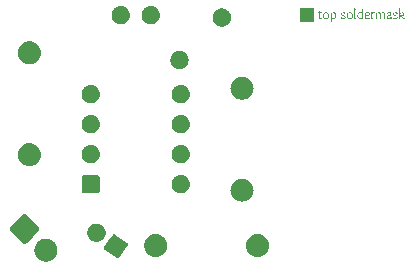
<source format=gts>
G04                                                      *
G04 Greetings!                                           *
G04 This Gerber was generated by PCBmodE, an open source *
G04 PCB design software. Get it here:                    *
G04                                                      *
G04   http://pcbmode.com                                 *
G04                                                      *
G04 Also visit                                           *
G04                                                      *
G04   http://boldport.com                                *
G04                                                      *
G04 and follow @boldport / @pcbmode for updates!         *
G04                                                      *

G04 leading zeros omitted (L); absolute data (A); 6 integer digits and 6 fractional digits *
%FSLAX66Y66*%

G04 mode (MO): millimeters (MM) *
%MOMM*%

G04 Aperture definitions *
%ADD10C,0.001X*%
%ADD11C,0.001X*%

%LPD*%
G36*
G01X4234144Y-22613002D02*
G01X4234144Y-22613002D01*
G01X4190280Y-22566205D01*
G01X4150072Y-22517319D01*
G01X4113519Y-22466525D01*
G01X4080621Y-22414005D01*
G01X4051378Y-22359941D01*
G01X4025791Y-22304514D01*
G01X4003859Y-22247907D01*
G01X3985583Y-22190299D01*
G01X3970962Y-22131875D01*
G01X3959996Y-22072814D01*
G01X3952685Y-22013299D01*
G01X3949030Y-21953512D01*
G01X3949030Y-21893634D01*
G01X3952685Y-21833846D01*
G01X3959996Y-21774331D01*
G01X3970962Y-21715271D01*
G01X3985583Y-21656846D01*
G01X4003859Y-21599239D01*
G01X4025791Y-21542631D01*
G01X4051378Y-21487204D01*
G01X4080621Y-21433140D01*
G01X4113519Y-21380620D01*
G01X4150072Y-21329826D01*
G01X4190280Y-21280940D01*
G01X4234144Y-21234144D01*
G01X4234144Y-21234144D01*
G01X4234144Y-21234144D01*
G01X4280940Y-21190280D01*
G01X4329826Y-21150071D01*
G01X4380620Y-21113518D01*
G01X4433140Y-21080621D01*
G01X4487204Y-21051378D01*
G01X4542631Y-21025791D01*
G01X4599239Y-21003859D01*
G01X4656846Y-20985583D01*
G01X4715271Y-20970961D01*
G01X4774331Y-20959995D01*
G01X4833846Y-20952685D01*
G01X4893634Y-20949030D01*
G01X4953512Y-20949030D01*
G01X5013299Y-20952685D01*
G01X5072814Y-20959995D01*
G01X5131875Y-20970961D01*
G01X5190300Y-20985583D01*
G01X5247907Y-21003859D01*
G01X5304515Y-21025791D01*
G01X5359942Y-21051378D01*
G01X5414006Y-21080621D01*
G01X5466526Y-21113518D01*
G01X5517319Y-21150071D01*
G01X5566205Y-21190280D01*
G01X5613002Y-21234144D01*
G01X5613002Y-21234144D01*
G01X5613002Y-21234144D01*
G01X5656866Y-21280940D01*
G01X5697074Y-21329826D01*
G01X5733627Y-21380620D01*
G01X5766525Y-21433140D01*
G01X5795767Y-21487204D01*
G01X5821354Y-21542631D01*
G01X5843286Y-21599239D01*
G01X5861563Y-21656846D01*
G01X5876184Y-21715271D01*
G01X5887150Y-21774331D01*
G01X5894461Y-21833846D01*
G01X5898116Y-21893634D01*
G01X5898116Y-21953512D01*
G01X5894461Y-22013299D01*
G01X5887150Y-22072814D01*
G01X5876184Y-22131875D01*
G01X5861563Y-22190299D01*
G01X5843286Y-22247907D01*
G01X5821354Y-22304514D01*
G01X5795767Y-22359941D01*
G01X5766525Y-22414005D01*
G01X5733627Y-22466525D01*
G01X5697074Y-22517319D01*
G01X5656866Y-22566205D01*
G01X5613002Y-22613002D01*
G01X5613002Y-22613002D01*
G01X5613002Y-22613002D01*
G01X5566205Y-22656865D01*
G01X5517319Y-22697074D01*
G01X5466526Y-22733627D01*
G01X5414006Y-22766525D01*
G01X5359942Y-22795767D01*
G01X5304515Y-22821354D01*
G01X5247907Y-22843286D01*
G01X5190300Y-22861563D01*
G01X5131875Y-22876184D01*
G01X5072814Y-22887150D01*
G01X5013299Y-22894460D01*
G01X4953512Y-22898116D01*
G01X4893634Y-22898116D01*
G01X4833846Y-22894460D01*
G01X4774331Y-22887150D01*
G01X4715271Y-22876184D01*
G01X4656846Y-22861563D01*
G01X4599239Y-22843286D01*
G01X4542631Y-22821354D01*
G01X4487204Y-22795767D01*
G01X4433140Y-22766525D01*
G01X4380620Y-22733627D01*
G01X4329826Y-22697074D01*
G01X4280940Y-22656865D01*
G01X4234144Y-22613002D01*
G01X4234144Y-22613002D01*
G37*
G36*
G01X3816951Y-20816951D02*
G01X4294248Y-20339653D01*
G01X4294248Y-20339653D01*
G01X4325880Y-20302468D01*
G01X4350483Y-20261789D01*
G01X4368057Y-20218489D01*
G01X4378601Y-20173442D01*
G01X4382115Y-20127521D01*
G01X4378601Y-20081601D01*
G01X4368057Y-20036554D01*
G01X4350483Y-19993254D01*
G01X4325880Y-19952575D01*
G01X4294248Y-19915389D01*
G01X4294248Y-19915389D01*
G01X3816951Y-19438092D01*
G01X3339653Y-18960795D01*
G01X3339653Y-18960795D01*
G01X3302468Y-18929163D01*
G01X3261789Y-18904560D01*
G01X3218489Y-18886986D01*
G01X3173442Y-18876442D01*
G01X3127521Y-18872927D01*
G01X3081601Y-18876442D01*
G01X3036554Y-18886986D01*
G01X2993254Y-18904560D01*
G01X2952575Y-18929163D01*
G01X2915389Y-18960795D01*
G01X2915389Y-18960795D01*
G01X2438092Y-19438092D01*
G01X1960795Y-19915389D01*
G01X1960795Y-19915389D01*
G01X1929163Y-19952575D01*
G01X1904560Y-19993254D01*
G01X1886986Y-20036554D01*
G01X1876442Y-20081601D01*
G01X1872927Y-20127521D01*
G01X1876442Y-20173442D01*
G01X1886986Y-20218489D01*
G01X1904560Y-20261789D01*
G01X1929163Y-20302468D01*
G01X1960795Y-20339653D01*
G01X1960795Y-20339653D01*
G01X2438092Y-20816951D01*
G01X2915389Y-21294248D01*
G01X2915389Y-21294248D01*
G01X2952575Y-21325880D01*
G01X2993254Y-21350483D01*
G01X3036554Y-21368057D01*
G01X3081601Y-21378601D01*
G01X3127521Y-21382115D01*
G01X3173442Y-21378601D01*
G01X3218489Y-21368057D01*
G01X3261789Y-21350483D01*
G01X3302468Y-21325880D01*
G01X3339653Y-21294248D01*
G01X3339653Y-21294248D01*
G01X3816951Y-20816951D01*
G37*
G36*
G01X20550547Y-8215547D02*
G01X20550547Y-8215547D01*
G01X20552621Y-8151441D01*
G01X20558757Y-8088441D01*
G01X20568827Y-8026678D01*
G01X20582702Y-7966278D01*
G01X20600253Y-7907372D01*
G01X20621353Y-7850086D01*
G01X20645873Y-7794550D01*
G01X20673684Y-7740892D01*
G01X20704657Y-7689241D01*
G01X20738666Y-7639725D01*
G01X20775580Y-7592472D01*
G01X20815271Y-7547611D01*
G01X20857611Y-7505271D01*
G01X20902472Y-7465580D01*
G01X20949725Y-7428666D01*
G01X20999241Y-7394657D01*
G01X21050892Y-7363684D01*
G01X21104550Y-7335873D01*
G01X21160086Y-7311353D01*
G01X21217372Y-7290253D01*
G01X21276278Y-7272702D01*
G01X21336678Y-7258827D01*
G01X21398441Y-7248757D01*
G01X21461441Y-7242621D01*
G01X21525547Y-7240547D01*
G01X21525547Y-7240547D01*
G01X21525547Y-7240547D01*
G01X21589654Y-7242621D01*
G01X21652653Y-7248757D01*
G01X21714416Y-7258827D01*
G01X21774816Y-7272702D01*
G01X21833723Y-7290253D01*
G01X21891008Y-7311353D01*
G01X21946544Y-7335873D01*
G01X22000202Y-7363684D01*
G01X22051853Y-7394657D01*
G01X22101369Y-7428666D01*
G01X22148622Y-7465580D01*
G01X22193483Y-7505271D01*
G01X22235823Y-7547611D01*
G01X22275515Y-7592472D01*
G01X22312429Y-7639725D01*
G01X22346437Y-7689241D01*
G01X22377411Y-7740892D01*
G01X22405222Y-7794550D01*
G01X22429741Y-7850086D01*
G01X22450841Y-7907372D01*
G01X22468393Y-7966278D01*
G01X22482268Y-8026678D01*
G01X22492337Y-8088441D01*
G01X22498473Y-8151441D01*
G01X22500547Y-8215547D01*
G01X22500547Y-8215547D01*
G01X22500547Y-8215547D01*
G01X22498473Y-8279654D01*
G01X22492337Y-8342653D01*
G01X22482268Y-8404416D01*
G01X22468393Y-8464816D01*
G01X22450841Y-8523723D01*
G01X22429741Y-8581008D01*
G01X22405222Y-8636544D01*
G01X22377411Y-8690202D01*
G01X22346437Y-8741853D01*
G01X22312429Y-8791369D01*
G01X22275515Y-8838622D01*
G01X22235823Y-8883483D01*
G01X22193483Y-8925823D01*
G01X22148622Y-8965515D01*
G01X22101369Y-9002429D01*
G01X22051853Y-9036437D01*
G01X22000202Y-9067411D01*
G01X21946544Y-9095222D01*
G01X21891008Y-9119741D01*
G01X21833723Y-9140841D01*
G01X21774816Y-9158393D01*
G01X21714416Y-9172268D01*
G01X21652653Y-9182337D01*
G01X21589654Y-9188473D01*
G01X21525547Y-9190547D01*
G01X21525547Y-9190547D01*
G01X21525547Y-9190547D01*
G01X21461441Y-9188473D01*
G01X21398441Y-9182337D01*
G01X21336678Y-9172268D01*
G01X21276278Y-9158393D01*
G01X21217372Y-9140841D01*
G01X21160086Y-9119741D01*
G01X21104550Y-9095222D01*
G01X21050892Y-9067411D01*
G01X20999241Y-9036437D01*
G01X20949725Y-9002429D01*
G01X20902472Y-8965515D01*
G01X20857611Y-8925823D01*
G01X20815271Y-8883483D01*
G01X20775580Y-8838622D01*
G01X20738666Y-8791369D01*
G01X20704657Y-8741853D01*
G01X20673684Y-8690202D01*
G01X20645873Y-8636544D01*
G01X20621353Y-8581008D01*
G01X20600253Y-8523723D01*
G01X20582702Y-8464816D01*
G01X20568827Y-8404416D01*
G01X20558757Y-8342653D01*
G01X20552621Y-8279654D01*
G01X20550547Y-8215547D01*
G01X20550547Y-8215547D01*
G37*
G36*
G01X20550547Y-16835547D02*
G01X20550547Y-16835547D01*
G01X20552621Y-16771441D01*
G01X20558757Y-16708441D01*
G01X20568827Y-16646678D01*
G01X20582702Y-16586278D01*
G01X20600253Y-16527372D01*
G01X20621353Y-16470086D01*
G01X20645873Y-16414550D01*
G01X20673684Y-16360892D01*
G01X20704657Y-16309241D01*
G01X20738666Y-16259725D01*
G01X20775580Y-16212472D01*
G01X20815271Y-16167611D01*
G01X20857611Y-16125271D01*
G01X20902472Y-16085580D01*
G01X20949725Y-16048666D01*
G01X20999241Y-16014657D01*
G01X21050892Y-15983684D01*
G01X21104550Y-15955873D01*
G01X21160086Y-15931353D01*
G01X21217372Y-15910253D01*
G01X21276278Y-15892702D01*
G01X21336678Y-15878827D01*
G01X21398441Y-15868757D01*
G01X21461441Y-15862621D01*
G01X21525547Y-15860547D01*
G01X21525547Y-15860547D01*
G01X21525547Y-15860547D01*
G01X21589654Y-15862621D01*
G01X21652653Y-15868757D01*
G01X21714416Y-15878827D01*
G01X21774816Y-15892702D01*
G01X21833723Y-15910253D01*
G01X21891008Y-15931353D01*
G01X21946544Y-15955873D01*
G01X22000202Y-15983684D01*
G01X22051853Y-16014657D01*
G01X22101369Y-16048666D01*
G01X22148622Y-16085580D01*
G01X22193483Y-16125271D01*
G01X22235823Y-16167611D01*
G01X22275515Y-16212472D01*
G01X22312429Y-16259725D01*
G01X22346437Y-16309241D01*
G01X22377411Y-16360892D01*
G01X22405222Y-16414550D01*
G01X22429741Y-16470086D01*
G01X22450841Y-16527372D01*
G01X22468393Y-16586278D01*
G01X22482268Y-16646678D01*
G01X22492337Y-16708441D01*
G01X22498473Y-16771441D01*
G01X22500547Y-16835547D01*
G01X22500547Y-16835547D01*
G01X22500547Y-16835547D01*
G01X22498473Y-16899654D01*
G01X22492337Y-16962653D01*
G01X22482268Y-17024417D01*
G01X22468393Y-17084816D01*
G01X22450841Y-17143723D01*
G01X22429741Y-17201008D01*
G01X22405222Y-17256544D01*
G01X22377411Y-17310202D01*
G01X22346437Y-17361853D01*
G01X22312429Y-17411369D01*
G01X22275515Y-17458622D01*
G01X22235823Y-17503483D01*
G01X22193483Y-17545823D01*
G01X22148622Y-17585515D01*
G01X22101369Y-17622429D01*
G01X22051853Y-17656437D01*
G01X22000202Y-17687411D01*
G01X21946544Y-17715222D01*
G01X21891008Y-17739741D01*
G01X21833723Y-17760841D01*
G01X21774816Y-17778393D01*
G01X21714416Y-17792268D01*
G01X21652653Y-17802337D01*
G01X21589654Y-17808473D01*
G01X21525547Y-17810547D01*
G01X21525547Y-17810547D01*
G01X21525547Y-17810547D01*
G01X21461441Y-17808473D01*
G01X21398441Y-17802337D01*
G01X21336678Y-17792268D01*
G01X21276278Y-17778393D01*
G01X21217372Y-17760841D01*
G01X21160086Y-17739741D01*
G01X21104550Y-17715222D01*
G01X21050892Y-17687411D01*
G01X20999241Y-17656437D01*
G01X20949725Y-17622429D01*
G01X20902472Y-17585515D01*
G01X20857611Y-17545823D01*
G01X20815271Y-17503483D01*
G01X20775580Y-17458622D01*
G01X20738666Y-17411369D01*
G01X20704657Y-17361853D01*
G01X20673684Y-17310202D01*
G01X20645873Y-17256544D01*
G01X20621353Y-17201008D01*
G01X20600253Y-17143723D01*
G01X20582702Y-17084816D01*
G01X20568827Y-17024417D01*
G01X20558757Y-16962653D01*
G01X20552621Y-16899654D01*
G01X20550547Y-16835547D01*
G01X20550547Y-16835547D01*
G37*
G36*
G01X14215547Y-22500547D02*
G01X14215547Y-22500547D01*
G01X14151441Y-22498473D01*
G01X14088441Y-22492337D01*
G01X14026678Y-22482268D01*
G01X13966278Y-22468393D01*
G01X13907372Y-22450841D01*
G01X13850086Y-22429741D01*
G01X13794550Y-22405222D01*
G01X13740892Y-22377411D01*
G01X13689241Y-22346437D01*
G01X13639725Y-22312429D01*
G01X13592472Y-22275515D01*
G01X13547611Y-22235823D01*
G01X13505271Y-22193483D01*
G01X13465580Y-22148622D01*
G01X13428666Y-22101369D01*
G01X13394657Y-22051853D01*
G01X13363684Y-22000202D01*
G01X13335873Y-21946544D01*
G01X13311353Y-21891008D01*
G01X13290253Y-21833723D01*
G01X13272702Y-21774816D01*
G01X13258827Y-21714416D01*
G01X13248757Y-21652653D01*
G01X13242621Y-21589654D01*
G01X13240547Y-21525547D01*
G01X13240547Y-21525547D01*
G01X13240547Y-21525547D01*
G01X13242621Y-21461441D01*
G01X13248757Y-21398441D01*
G01X13258827Y-21336678D01*
G01X13272702Y-21276278D01*
G01X13290253Y-21217372D01*
G01X13311353Y-21160086D01*
G01X13335873Y-21104550D01*
G01X13363684Y-21050892D01*
G01X13394657Y-20999241D01*
G01X13428666Y-20949725D01*
G01X13465580Y-20902472D01*
G01X13505271Y-20857611D01*
G01X13547611Y-20815271D01*
G01X13592472Y-20775580D01*
G01X13639725Y-20738666D01*
G01X13689241Y-20704657D01*
G01X13740892Y-20673684D01*
G01X13794550Y-20645873D01*
G01X13850086Y-20621353D01*
G01X13907372Y-20600253D01*
G01X13966278Y-20582702D01*
G01X14026678Y-20568827D01*
G01X14088441Y-20558757D01*
G01X14151441Y-20552621D01*
G01X14215547Y-20550547D01*
G01X14215547Y-20550547D01*
G01X14215547Y-20550547D01*
G01X14279654Y-20552621D01*
G01X14342653Y-20558757D01*
G01X14404416Y-20568827D01*
G01X14464816Y-20582702D01*
G01X14523723Y-20600253D01*
G01X14581008Y-20621353D01*
G01X14636544Y-20645873D01*
G01X14690202Y-20673684D01*
G01X14741853Y-20704657D01*
G01X14791369Y-20738666D01*
G01X14838622Y-20775580D01*
G01X14883483Y-20815271D01*
G01X14925823Y-20857611D01*
G01X14965515Y-20902472D01*
G01X15002429Y-20949725D01*
G01X15036437Y-20999241D01*
G01X15067411Y-21050892D01*
G01X15095222Y-21104550D01*
G01X15119741Y-21160086D01*
G01X15140841Y-21217372D01*
G01X15158393Y-21276278D01*
G01X15172268Y-21336678D01*
G01X15182337Y-21398441D01*
G01X15188473Y-21461441D01*
G01X15190547Y-21525547D01*
G01X15190547Y-21525547D01*
G01X15190547Y-21525547D01*
G01X15188473Y-21589654D01*
G01X15182337Y-21652653D01*
G01X15172268Y-21714416D01*
G01X15158393Y-21774816D01*
G01X15140841Y-21833723D01*
G01X15119741Y-21891008D01*
G01X15095222Y-21946544D01*
G01X15067411Y-22000202D01*
G01X15036437Y-22051853D01*
G01X15002429Y-22101369D01*
G01X14965515Y-22148622D01*
G01X14925823Y-22193483D01*
G01X14883483Y-22235823D01*
G01X14838622Y-22275515D01*
G01X14791369Y-22312429D01*
G01X14741853Y-22346437D01*
G01X14690202Y-22377411D01*
G01X14636544Y-22405222D01*
G01X14581008Y-22429741D01*
G01X14523723Y-22450841D01*
G01X14464816Y-22468393D01*
G01X14404416Y-22482268D01*
G01X14342653Y-22492337D01*
G01X14279654Y-22498473D01*
G01X14215547Y-22500547D01*
G01X14215547Y-22500547D01*
G37*
G36*
G01X22835547Y-22500547D02*
G01X22835547Y-22500547D01*
G01X22771441Y-22498473D01*
G01X22708441Y-22492337D01*
G01X22646678Y-22482268D01*
G01X22586278Y-22468393D01*
G01X22527372Y-22450841D01*
G01X22470086Y-22429741D01*
G01X22414550Y-22405222D01*
G01X22360892Y-22377411D01*
G01X22309241Y-22346437D01*
G01X22259725Y-22312429D01*
G01X22212472Y-22275515D01*
G01X22167611Y-22235823D01*
G01X22125271Y-22193483D01*
G01X22085580Y-22148622D01*
G01X22048666Y-22101369D01*
G01X22014657Y-22051853D01*
G01X21983684Y-22000202D01*
G01X21955873Y-21946544D01*
G01X21931353Y-21891008D01*
G01X21910253Y-21833723D01*
G01X21892702Y-21774816D01*
G01X21878827Y-21714416D01*
G01X21868757Y-21652653D01*
G01X21862621Y-21589654D01*
G01X21860547Y-21525547D01*
G01X21860547Y-21525547D01*
G01X21860547Y-21525547D01*
G01X21862621Y-21461441D01*
G01X21868757Y-21398441D01*
G01X21878827Y-21336678D01*
G01X21892702Y-21276278D01*
G01X21910253Y-21217372D01*
G01X21931353Y-21160086D01*
G01X21955873Y-21104550D01*
G01X21983684Y-21050892D01*
G01X22014657Y-20999241D01*
G01X22048666Y-20949725D01*
G01X22085580Y-20902472D01*
G01X22125271Y-20857611D01*
G01X22167611Y-20815271D01*
G01X22212472Y-20775580D01*
G01X22259725Y-20738666D01*
G01X22309241Y-20704657D01*
G01X22360892Y-20673684D01*
G01X22414550Y-20645873D01*
G01X22470086Y-20621353D01*
G01X22527372Y-20600253D01*
G01X22586278Y-20582702D01*
G01X22646678Y-20568827D01*
G01X22708441Y-20558757D01*
G01X22771441Y-20552621D01*
G01X22835547Y-20550547D01*
G01X22835547Y-20550547D01*
G01X22835547Y-20550547D01*
G01X22899654Y-20552621D01*
G01X22962653Y-20558757D01*
G01X23024417Y-20568827D01*
G01X23084816Y-20582702D01*
G01X23143723Y-20600253D01*
G01X23201008Y-20621353D01*
G01X23256544Y-20645873D01*
G01X23310202Y-20673684D01*
G01X23361853Y-20704657D01*
G01X23411369Y-20738666D01*
G01X23458622Y-20775580D01*
G01X23503483Y-20815271D01*
G01X23545823Y-20857611D01*
G01X23585515Y-20902472D01*
G01X23622429Y-20949725D01*
G01X23656437Y-20999241D01*
G01X23687411Y-21050892D01*
G01X23715222Y-21104550D01*
G01X23739741Y-21160086D01*
G01X23760841Y-21217372D01*
G01X23778393Y-21276278D01*
G01X23792268Y-21336678D01*
G01X23802337Y-21398441D01*
G01X23808473Y-21461441D01*
G01X23810547Y-21525547D01*
G01X23810547Y-21525547D01*
G01X23810547Y-21525547D01*
G01X23808473Y-21589654D01*
G01X23802337Y-21652653D01*
G01X23792268Y-21714416D01*
G01X23778393Y-21774816D01*
G01X23760841Y-21833723D01*
G01X23739741Y-21891008D01*
G01X23715222Y-21946544D01*
G01X23687411Y-22000202D01*
G01X23656437Y-22051853D01*
G01X23622429Y-22101369D01*
G01X23585515Y-22148622D01*
G01X23545823Y-22193483D01*
G01X23503483Y-22235823D01*
G01X23458622Y-22275515D01*
G01X23411369Y-22312429D01*
G01X23361853Y-22346437D01*
G01X23310202Y-22377411D01*
G01X23256544Y-22405222D01*
G01X23201008Y-22429741D01*
G01X23143723Y-22450841D01*
G01X23084816Y-22468393D01*
G01X23024417Y-22482268D01*
G01X22962653Y-22492337D01*
G01X22899654Y-22498473D01*
G01X22835547Y-22500547D01*
G01X22835547Y-22500547D01*
G37*
G36*
G01X2550547Y-5215547D02*
G01X2550547Y-5215547D01*
G01X2552621Y-5151441D01*
G01X2558757Y-5088441D01*
G01X2568827Y-5026678D01*
G01X2582702Y-4966278D01*
G01X2600253Y-4907372D01*
G01X2621353Y-4850086D01*
G01X2645873Y-4794550D01*
G01X2673684Y-4740892D01*
G01X2704657Y-4689241D01*
G01X2738666Y-4639725D01*
G01X2775580Y-4592472D01*
G01X2815271Y-4547611D01*
G01X2857611Y-4505271D01*
G01X2902472Y-4465580D01*
G01X2949725Y-4428666D01*
G01X2999241Y-4394657D01*
G01X3050892Y-4363684D01*
G01X3104550Y-4335873D01*
G01X3160086Y-4311353D01*
G01X3217372Y-4290253D01*
G01X3276278Y-4272702D01*
G01X3336678Y-4258827D01*
G01X3398441Y-4248757D01*
G01X3461441Y-4242621D01*
G01X3525547Y-4240547D01*
G01X3525547Y-4240547D01*
G01X3525547Y-4240547D01*
G01X3589654Y-4242621D01*
G01X3652653Y-4248757D01*
G01X3714417Y-4258827D01*
G01X3774816Y-4272702D01*
G01X3833723Y-4290253D01*
G01X3891008Y-4311353D01*
G01X3946544Y-4335873D01*
G01X4000202Y-4363684D01*
G01X4051853Y-4394657D01*
G01X4101369Y-4428666D01*
G01X4148622Y-4465580D01*
G01X4193483Y-4505271D01*
G01X4235823Y-4547611D01*
G01X4275515Y-4592472D01*
G01X4312429Y-4639725D01*
G01X4346437Y-4689241D01*
G01X4377411Y-4740892D01*
G01X4405222Y-4794550D01*
G01X4429741Y-4850086D01*
G01X4450841Y-4907372D01*
G01X4468393Y-4966278D01*
G01X4482268Y-5026678D01*
G01X4492337Y-5088441D01*
G01X4498473Y-5151441D01*
G01X4500547Y-5215547D01*
G01X4500547Y-5215547D01*
G01X4500547Y-5215547D01*
G01X4498473Y-5279654D01*
G01X4492337Y-5342653D01*
G01X4482268Y-5404416D01*
G01X4468393Y-5464816D01*
G01X4450841Y-5523723D01*
G01X4429741Y-5581008D01*
G01X4405222Y-5636544D01*
G01X4377411Y-5690202D01*
G01X4346437Y-5741853D01*
G01X4312429Y-5791369D01*
G01X4275515Y-5838622D01*
G01X4235823Y-5883483D01*
G01X4193483Y-5925823D01*
G01X4148622Y-5965515D01*
G01X4101369Y-6002429D01*
G01X4051853Y-6036437D01*
G01X4000202Y-6067411D01*
G01X3946544Y-6095222D01*
G01X3891008Y-6119741D01*
G01X3833723Y-6140841D01*
G01X3774816Y-6158393D01*
G01X3714417Y-6172268D01*
G01X3652653Y-6182337D01*
G01X3589654Y-6188473D01*
G01X3525547Y-6190547D01*
G01X3525547Y-6190547D01*
G01X3525547Y-6190547D01*
G01X3461441Y-6188473D01*
G01X3398441Y-6182337D01*
G01X3336678Y-6172268D01*
G01X3276278Y-6158393D01*
G01X3217372Y-6140841D01*
G01X3160086Y-6119741D01*
G01X3104550Y-6095222D01*
G01X3050892Y-6067411D01*
G01X2999241Y-6036437D01*
G01X2949725Y-6002429D01*
G01X2902472Y-5965515D01*
G01X2857611Y-5925823D01*
G01X2815271Y-5883483D01*
G01X2775580Y-5838622D01*
G01X2738666Y-5791369D01*
G01X2704657Y-5741853D01*
G01X2673684Y-5690202D01*
G01X2645873Y-5636544D01*
G01X2621353Y-5581008D01*
G01X2600253Y-5523723D01*
G01X2582702Y-5464816D01*
G01X2568827Y-5404416D01*
G01X2558757Y-5342653D01*
G01X2552621Y-5279654D01*
G01X2550547Y-5215547D01*
G01X2550547Y-5215547D01*
G37*
G36*
G01X2550547Y-13835547D02*
G01X2550547Y-13835547D01*
G01X2552621Y-13771441D01*
G01X2558757Y-13708441D01*
G01X2568827Y-13646678D01*
G01X2582702Y-13586278D01*
G01X2600253Y-13527372D01*
G01X2621353Y-13470086D01*
G01X2645873Y-13414550D01*
G01X2673684Y-13360892D01*
G01X2704657Y-13309241D01*
G01X2738666Y-13259725D01*
G01X2775580Y-13212472D01*
G01X2815271Y-13167611D01*
G01X2857611Y-13125271D01*
G01X2902472Y-13085580D01*
G01X2949725Y-13048666D01*
G01X2999241Y-13014657D01*
G01X3050892Y-12983684D01*
G01X3104550Y-12955873D01*
G01X3160086Y-12931353D01*
G01X3217372Y-12910253D01*
G01X3276278Y-12892702D01*
G01X3336678Y-12878827D01*
G01X3398441Y-12868757D01*
G01X3461441Y-12862621D01*
G01X3525547Y-12860547D01*
G01X3525547Y-12860547D01*
G01X3525547Y-12860547D01*
G01X3589654Y-12862621D01*
G01X3652653Y-12868757D01*
G01X3714417Y-12878827D01*
G01X3774816Y-12892702D01*
G01X3833723Y-12910253D01*
G01X3891008Y-12931353D01*
G01X3946544Y-12955873D01*
G01X4000202Y-12983684D01*
G01X4051853Y-13014657D01*
G01X4101369Y-13048666D01*
G01X4148622Y-13085580D01*
G01X4193483Y-13125271D01*
G01X4235823Y-13167611D01*
G01X4275515Y-13212472D01*
G01X4312429Y-13259725D01*
G01X4346437Y-13309241D01*
G01X4377411Y-13360892D01*
G01X4405222Y-13414550D01*
G01X4429741Y-13470086D01*
G01X4450841Y-13527372D01*
G01X4468393Y-13586278D01*
G01X4482268Y-13646678D01*
G01X4492337Y-13708441D01*
G01X4498473Y-13771441D01*
G01X4500547Y-13835547D01*
G01X4500547Y-13835547D01*
G01X4500547Y-13835547D01*
G01X4498473Y-13899654D01*
G01X4492337Y-13962653D01*
G01X4482268Y-14024416D01*
G01X4468393Y-14084816D01*
G01X4450841Y-14143723D01*
G01X4429741Y-14201008D01*
G01X4405222Y-14256544D01*
G01X4377411Y-14310202D01*
G01X4346437Y-14361853D01*
G01X4312429Y-14411369D01*
G01X4275515Y-14458622D01*
G01X4235823Y-14503483D01*
G01X4193483Y-14545823D01*
G01X4148622Y-14585515D01*
G01X4101369Y-14622429D01*
G01X4051853Y-14656437D01*
G01X4000202Y-14687411D01*
G01X3946544Y-14715222D01*
G01X3891008Y-14739741D01*
G01X3833723Y-14760841D01*
G01X3774816Y-14778393D01*
G01X3714417Y-14792268D01*
G01X3652653Y-14802337D01*
G01X3589654Y-14808473D01*
G01X3525547Y-14810547D01*
G01X3525547Y-14810547D01*
G01X3525547Y-14810547D01*
G01X3461441Y-14808473D01*
G01X3398441Y-14802337D01*
G01X3336678Y-14792268D01*
G01X3276278Y-14778393D01*
G01X3217372Y-14760841D01*
G01X3160086Y-14739741D01*
G01X3104550Y-14715222D01*
G01X3050892Y-14687411D01*
G01X2999241Y-14656437D01*
G01X2949725Y-14622429D01*
G01X2902472Y-14585515D01*
G01X2857611Y-14545823D01*
G01X2815271Y-14503483D01*
G01X2775580Y-14458622D01*
G01X2738666Y-14411369D01*
G01X2704657Y-14361853D01*
G01X2673684Y-14310202D01*
G01X2645873Y-14256544D01*
G01X2621353Y-14201008D01*
G01X2600253Y-14143723D01*
G01X2582702Y-14084816D01*
G01X2568827Y-14024416D01*
G01X2558757Y-13962653D01*
G01X2552621Y-13899654D01*
G01X2550547Y-13835547D01*
G01X2550547Y-13835547D01*
G37*
G36*
G01X11255547Y-2800547D02*
G01X11255547Y-2800547D01*
G01X11204591Y-2798899D01*
G01X11154514Y-2794021D01*
G01X11105420Y-2786017D01*
G01X11057410Y-2774988D01*
G01X11010587Y-2761037D01*
G01X10965053Y-2744265D01*
G01X10920909Y-2724775D01*
G01X10878257Y-2702669D01*
G01X10837201Y-2678049D01*
G01X10797842Y-2651017D01*
G01X10760282Y-2621675D01*
G01X10724624Y-2590126D01*
G01X10690969Y-2556471D01*
G01X10659419Y-2520812D01*
G01X10630077Y-2483252D01*
G01X10603045Y-2443893D01*
G01X10578425Y-2402837D01*
G01X10556319Y-2360186D01*
G01X10536829Y-2316042D01*
G01X10520057Y-2270507D01*
G01X10506106Y-2223684D01*
G01X10495077Y-2175674D01*
G01X10487073Y-2126580D01*
G01X10482196Y-2076504D01*
G01X10480547Y-2025547D01*
G01X10480547Y-2025547D01*
G01X10480547Y-2025547D01*
G01X10482196Y-1974591D01*
G01X10487073Y-1924514D01*
G01X10495077Y-1875420D01*
G01X10506106Y-1827410D01*
G01X10520057Y-1780587D01*
G01X10536829Y-1735053D01*
G01X10556319Y-1690909D01*
G01X10578425Y-1648257D01*
G01X10603045Y-1607201D01*
G01X10630077Y-1567842D01*
G01X10659419Y-1530282D01*
G01X10690969Y-1494624D01*
G01X10724624Y-1460969D01*
G01X10760282Y-1429419D01*
G01X10797842Y-1400077D01*
G01X10837201Y-1373045D01*
G01X10878257Y-1348425D01*
G01X10920909Y-1326319D01*
G01X10965053Y-1306829D01*
G01X11010587Y-1290057D01*
G01X11057410Y-1276106D01*
G01X11105420Y-1265077D01*
G01X11154514Y-1257073D01*
G01X11204591Y-1252196D01*
G01X11255547Y-1250547D01*
G01X11255547Y-1250547D01*
G01X11255547Y-1250547D01*
G01X11306504Y-1252196D01*
G01X11356580Y-1257073D01*
G01X11405674Y-1265077D01*
G01X11453684Y-1276106D01*
G01X11500507Y-1290057D01*
G01X11546042Y-1306829D01*
G01X11590186Y-1326319D01*
G01X11632837Y-1348425D01*
G01X11673893Y-1373045D01*
G01X11713252Y-1400077D01*
G01X11750812Y-1429419D01*
G01X11786471Y-1460969D01*
G01X11820126Y-1494624D01*
G01X11851675Y-1530282D01*
G01X11881017Y-1567842D01*
G01X11908049Y-1607201D01*
G01X11932669Y-1648257D01*
G01X11954775Y-1690909D01*
G01X11974265Y-1735053D01*
G01X11991037Y-1780587D01*
G01X12004988Y-1827410D01*
G01X12016017Y-1875420D01*
G01X12024021Y-1924514D01*
G01X12028899Y-1974591D01*
G01X12030547Y-2025547D01*
G01X12030547Y-2025547D01*
G01X12030547Y-2025547D01*
G01X12028899Y-2076504D01*
G01X12024021Y-2126580D01*
G01X12016017Y-2175674D01*
G01X12004988Y-2223684D01*
G01X11991037Y-2270507D01*
G01X11974265Y-2316042D01*
G01X11954775Y-2360186D01*
G01X11932669Y-2402837D01*
G01X11908049Y-2443893D01*
G01X11881017Y-2483252D01*
G01X11851675Y-2520812D01*
G01X11820126Y-2556471D01*
G01X11786471Y-2590126D01*
G01X11750812Y-2621675D01*
G01X11713252Y-2651017D01*
G01X11673893Y-2678049D01*
G01X11632837Y-2702669D01*
G01X11590186Y-2724775D01*
G01X11546042Y-2744265D01*
G01X11500507Y-2761037D01*
G01X11453684Y-2774988D01*
G01X11405674Y-2786017D01*
G01X11356580Y-2794021D01*
G01X11306504Y-2798899D01*
G01X11255547Y-2800547D01*
G01X11255547Y-2800547D01*
G37*
G36*
G01X13795547Y-2800547D02*
G01X13795547Y-2800547D01*
G01X13744591Y-2798899D01*
G01X13694514Y-2794021D01*
G01X13645420Y-2786017D01*
G01X13597410Y-2774988D01*
G01X13550587Y-2761037D01*
G01X13505053Y-2744265D01*
G01X13460909Y-2724775D01*
G01X13418257Y-2702669D01*
G01X13377201Y-2678049D01*
G01X13337842Y-2651017D01*
G01X13300282Y-2621675D01*
G01X13264624Y-2590126D01*
G01X13230969Y-2556471D01*
G01X13199419Y-2520812D01*
G01X13170077Y-2483252D01*
G01X13143045Y-2443893D01*
G01X13118425Y-2402837D01*
G01X13096319Y-2360186D01*
G01X13076829Y-2316042D01*
G01X13060057Y-2270507D01*
G01X13046106Y-2223684D01*
G01X13035077Y-2175674D01*
G01X13027073Y-2126580D01*
G01X13022196Y-2076504D01*
G01X13020547Y-2025547D01*
G01X13020547Y-2025547D01*
G01X13020547Y-2025547D01*
G01X13022196Y-1974591D01*
G01X13027073Y-1924514D01*
G01X13035077Y-1875420D01*
G01X13046106Y-1827410D01*
G01X13060057Y-1780587D01*
G01X13076829Y-1735053D01*
G01X13096319Y-1690909D01*
G01X13118425Y-1648257D01*
G01X13143045Y-1607201D01*
G01X13170077Y-1567842D01*
G01X13199419Y-1530282D01*
G01X13230969Y-1494624D01*
G01X13264624Y-1460969D01*
G01X13300282Y-1429419D01*
G01X13337842Y-1400077D01*
G01X13377201Y-1373045D01*
G01X13418257Y-1348425D01*
G01X13460909Y-1326319D01*
G01X13505053Y-1306829D01*
G01X13550587Y-1290057D01*
G01X13597410Y-1276106D01*
G01X13645420Y-1265077D01*
G01X13694514Y-1257073D01*
G01X13744591Y-1252196D01*
G01X13795547Y-1250547D01*
G01X13795547Y-1250547D01*
G01X13795547Y-1250547D01*
G01X13846504Y-1252196D01*
G01X13896580Y-1257073D01*
G01X13945674Y-1265077D01*
G01X13993684Y-1276106D01*
G01X14040507Y-1290057D01*
G01X14086042Y-1306829D01*
G01X14130186Y-1326319D01*
G01X14172837Y-1348425D01*
G01X14213893Y-1373045D01*
G01X14253252Y-1400077D01*
G01X14290812Y-1429419D01*
G01X14326471Y-1460969D01*
G01X14360126Y-1494624D01*
G01X14391675Y-1530282D01*
G01X14421017Y-1567842D01*
G01X14448049Y-1607201D01*
G01X14472669Y-1648257D01*
G01X14494775Y-1690909D01*
G01X14514265Y-1735053D01*
G01X14531037Y-1780587D01*
G01X14544988Y-1827410D01*
G01X14556017Y-1875420D01*
G01X14564021Y-1924514D01*
G01X14568899Y-1974591D01*
G01X14570547Y-2025547D01*
G01X14570547Y-2025547D01*
G01X14570547Y-2025547D01*
G01X14568899Y-2076504D01*
G01X14564021Y-2126580D01*
G01X14556017Y-2175674D01*
G01X14544988Y-2223684D01*
G01X14531037Y-2270507D01*
G01X14514265Y-2316042D01*
G01X14494775Y-2360186D01*
G01X14472669Y-2402837D01*
G01X14448049Y-2443893D01*
G01X14421017Y-2483252D01*
G01X14391675Y-2520812D01*
G01X14360126Y-2556471D01*
G01X14326471Y-2590126D01*
G01X14290812Y-2621675D01*
G01X14253252Y-2651017D01*
G01X14213893Y-2678049D01*
G01X14172837Y-2702669D01*
G01X14130186Y-2724775D01*
G01X14086042Y-2744265D01*
G01X14040507Y-2761037D01*
G01X13993684Y-2774988D01*
G01X13945674Y-2786017D01*
G01X13896580Y-2794021D01*
G01X13846504Y-2798899D01*
G01X13795547Y-2800547D01*
G01X13795547Y-2800547D01*
G37*
G36*
G01X15681488Y-6369606D02*
G01X15681488Y-6369606D01*
G01X15646622Y-6332409D01*
G01X15614661Y-6293551D01*
G01X15585606Y-6253176D01*
G01X15559457Y-6211430D01*
G01X15536213Y-6168456D01*
G01X15515874Y-6124398D01*
G01X15498441Y-6079402D01*
G01X15483914Y-6033612D01*
G01X15472292Y-5987172D01*
G01X15463575Y-5940226D01*
G01X15457764Y-5892920D01*
G01X15454859Y-5845396D01*
G01X15454859Y-5797801D01*
G01X15457764Y-5750278D01*
G01X15463575Y-5702971D01*
G01X15472292Y-5656025D01*
G01X15483914Y-5609585D01*
G01X15498441Y-5563795D01*
G01X15515874Y-5518799D01*
G01X15536213Y-5474741D01*
G01X15559457Y-5431767D01*
G01X15585606Y-5390021D01*
G01X15614661Y-5349646D01*
G01X15646622Y-5310788D01*
G01X15681488Y-5273591D01*
G01X15681488Y-5273591D01*
G01X15681488Y-5273591D01*
G01X15718685Y-5238725D01*
G01X15757543Y-5206764D01*
G01X15797918Y-5177709D01*
G01X15839664Y-5151560D01*
G01X15882639Y-5128316D01*
G01X15926696Y-5107977D01*
G01X15971692Y-5090544D01*
G01X16017482Y-5076017D01*
G01X16063922Y-5064395D01*
G01X16110868Y-5055678D01*
G01X16158175Y-5049867D01*
G01X16205698Y-5046962D01*
G01X16253293Y-5046962D01*
G01X16300817Y-5049867D01*
G01X16348123Y-5055678D01*
G01X16395069Y-5064395D01*
G01X16441509Y-5076017D01*
G01X16487300Y-5090544D01*
G01X16532296Y-5107977D01*
G01X16576353Y-5128316D01*
G01X16619327Y-5151560D01*
G01X16661073Y-5177709D01*
G01X16701448Y-5206764D01*
G01X16740306Y-5238725D01*
G01X16777503Y-5273591D01*
G01X16777503Y-5273591D01*
G01X16777503Y-5273591D01*
G01X16812369Y-5310788D01*
G01X16844330Y-5349646D01*
G01X16873385Y-5390021D01*
G01X16899534Y-5431767D01*
G01X16922778Y-5474742D01*
G01X16943117Y-5518799D01*
G01X16960550Y-5563795D01*
G01X16975077Y-5609585D01*
G01X16986700Y-5656025D01*
G01X16995416Y-5702971D01*
G01X17001227Y-5750278D01*
G01X17004133Y-5797801D01*
G01X17004133Y-5845396D01*
G01X17001227Y-5892920D01*
G01X16995416Y-5940226D01*
G01X16986700Y-5987172D01*
G01X16975077Y-6033612D01*
G01X16960550Y-6079403D01*
G01X16943117Y-6124398D01*
G01X16922778Y-6168456D01*
G01X16899534Y-6211430D01*
G01X16873385Y-6253176D01*
G01X16844330Y-6293551D01*
G01X16812369Y-6332409D01*
G01X16777503Y-6369606D01*
G01X16777503Y-6369606D01*
G01X16777503Y-6369606D01*
G01X16740306Y-6404472D01*
G01X16701448Y-6436433D01*
G01X16661073Y-6465488D01*
G01X16619327Y-6491637D01*
G01X16576353Y-6514881D01*
G01X16532296Y-6535220D01*
G01X16487300Y-6552653D01*
G01X16441509Y-6567180D01*
G01X16395069Y-6578802D01*
G01X16348123Y-6587519D01*
G01X16300817Y-6593330D01*
G01X16253293Y-6596235D01*
G01X16205698Y-6596235D01*
G01X16158175Y-6593330D01*
G01X16110868Y-6587519D01*
G01X16063922Y-6578802D01*
G01X16017482Y-6567180D01*
G01X15971692Y-6552653D01*
G01X15926696Y-6535220D01*
G01X15882639Y-6514881D01*
G01X15839664Y-6491637D01*
G01X15797918Y-6465488D01*
G01X15757543Y-6436433D01*
G01X15718685Y-6404472D01*
G01X15681488Y-6369606D01*
G01X15681488Y-6369606D01*
G37*
G36*
G01X19273590Y-2777504D02*
G01X19273590Y-2777504D01*
G01X19238724Y-2740307D01*
G01X19206764Y-2701448D01*
G01X19177709Y-2661074D01*
G01X19151559Y-2619327D01*
G01X19128315Y-2576353D01*
G01X19107977Y-2532296D01*
G01X19090544Y-2487300D01*
G01X19076016Y-2441510D01*
G01X19064394Y-2395070D01*
G01X19055678Y-2348124D01*
G01X19049867Y-2300817D01*
G01X19046961Y-2253294D01*
G01X19046961Y-2205698D01*
G01X19049867Y-2158175D01*
G01X19055678Y-2110868D01*
G01X19064394Y-2063923D01*
G01X19076016Y-2017483D01*
G01X19090544Y-1971692D01*
G01X19107977Y-1926696D01*
G01X19128315Y-1882639D01*
G01X19151559Y-1839665D01*
G01X19177709Y-1797918D01*
G01X19206764Y-1757544D01*
G01X19238724Y-1718686D01*
G01X19273590Y-1681488D01*
G01X19273590Y-1681488D01*
G01X19273590Y-1681488D01*
G01X19310788Y-1646622D01*
G01X19349646Y-1614662D01*
G01X19390020Y-1585607D01*
G01X19431767Y-1559457D01*
G01X19474741Y-1536213D01*
G01X19518798Y-1515875D01*
G01X19563794Y-1498442D01*
G01X19609585Y-1483914D01*
G01X19656025Y-1472292D01*
G01X19702970Y-1463576D01*
G01X19750277Y-1457765D01*
G01X19797800Y-1454859D01*
G01X19845396Y-1454859D01*
G01X19892919Y-1457765D01*
G01X19940226Y-1463576D01*
G01X19987172Y-1472292D01*
G01X20033612Y-1483914D01*
G01X20079402Y-1498442D01*
G01X20124398Y-1515875D01*
G01X20168455Y-1536213D01*
G01X20211429Y-1559457D01*
G01X20253176Y-1585607D01*
G01X20293550Y-1614662D01*
G01X20332409Y-1646622D01*
G01X20369606Y-1681488D01*
G01X20369606Y-1681488D01*
G01X20369606Y-1681488D01*
G01X20404472Y-1718686D01*
G01X20436432Y-1757544D01*
G01X20465487Y-1797918D01*
G01X20491637Y-1839665D01*
G01X20514881Y-1882639D01*
G01X20535219Y-1926696D01*
G01X20552652Y-1971692D01*
G01X20567180Y-2017483D01*
G01X20578802Y-2063923D01*
G01X20587518Y-2110868D01*
G01X20593329Y-2158175D01*
G01X20596235Y-2205698D01*
G01X20596235Y-2253294D01*
G01X20593329Y-2300817D01*
G01X20587518Y-2348124D01*
G01X20578802Y-2395070D01*
G01X20567180Y-2441510D01*
G01X20552652Y-2487300D01*
G01X20535219Y-2532296D01*
G01X20514881Y-2576353D01*
G01X20491637Y-2619327D01*
G01X20465487Y-2661074D01*
G01X20436432Y-2701448D01*
G01X20404472Y-2740307D01*
G01X20369606Y-2777504D01*
G01X20369606Y-2777504D01*
G01X20369606Y-2777504D01*
G01X20332409Y-2812370D01*
G01X20293550Y-2844330D01*
G01X20253176Y-2873385D01*
G01X20211429Y-2899535D01*
G01X20168455Y-2922779D01*
G01X20124398Y-2943117D01*
G01X20079402Y-2960550D01*
G01X20033612Y-2975078D01*
G01X19987172Y-2986700D01*
G01X19940226Y-2995416D01*
G01X19892919Y-3001227D01*
G01X19845396Y-3004133D01*
G01X19797800Y-3004133D01*
G01X19750277Y-3001227D01*
G01X19702970Y-2995416D01*
G01X19656025Y-2986700D01*
G01X19609585Y-2975078D01*
G01X19563794Y-2960550D01*
G01X19518798Y-2943117D01*
G01X19474741Y-2922779D01*
G01X19431767Y-2899535D01*
G01X19390020Y-2873385D01*
G01X19349646Y-2844330D01*
G01X19310788Y-2812370D01*
G01X19273590Y-2777504D01*
G01X19273590Y-2777504D01*
G37*
G36*
G01X8715547Y-15560547D02*
G01X8190547Y-15560547D01*
G01X8190547Y-15560547D01*
G01X8138213Y-15566033D01*
G01X8089661Y-15581739D01*
G01X8046021Y-15606532D01*
G01X8008425Y-15639282D01*
G01X7978003Y-15678858D01*
G01X7955886Y-15724130D01*
G01X7943204Y-15773966D01*
G01X7940547Y-15810547D01*
G01X7940547Y-16335547D01*
G01X7940547Y-16860547D01*
G01X7940547Y-16860547D01*
G01X7946033Y-16912881D01*
G01X7961739Y-16961433D01*
G01X7986532Y-17005073D01*
G01X8019282Y-17042669D01*
G01X8058858Y-17073091D01*
G01X8104130Y-17095209D01*
G01X8153966Y-17107890D01*
G01X8190547Y-17110547D01*
G01X8715547Y-17110547D01*
G01X9240547Y-17110547D01*
G01X9240547Y-17110547D01*
G01X9292881Y-17105061D01*
G01X9341433Y-17089356D01*
G01X9385073Y-17064563D01*
G01X9422669Y-17031813D01*
G01X9453091Y-16992236D01*
G01X9475209Y-16946965D01*
G01X9487890Y-16897129D01*
G01X9490547Y-16860547D01*
G01X9490547Y-16335547D01*
G01X9490547Y-15810547D01*
G01X9490547Y-15810547D01*
G01X9485061Y-15758213D01*
G01X9469356Y-15709661D01*
G01X9444563Y-15666021D01*
G01X9411813Y-15628425D01*
G01X9372236Y-15598003D01*
G01X9326965Y-15575886D01*
G01X9277129Y-15563204D01*
G01X9240547Y-15560547D01*
G01X8715547Y-15560547D01*
G37*
G36*
G01X7940547Y-11255547D02*
G01X7940547Y-11255547D01*
G01X7942196Y-11204591D01*
G01X7947073Y-11154514D01*
G01X7955077Y-11105420D01*
G01X7966106Y-11057410D01*
G01X7980057Y-11010587D01*
G01X7996829Y-10965053D01*
G01X8016319Y-10920909D01*
G01X8038425Y-10878257D01*
G01X8063045Y-10837201D01*
G01X8090077Y-10797842D01*
G01X8119419Y-10760282D01*
G01X8150969Y-10724624D01*
G01X8184624Y-10690969D01*
G01X8220282Y-10659419D01*
G01X8257842Y-10630077D01*
G01X8297201Y-10603045D01*
G01X8338257Y-10578425D01*
G01X8380909Y-10556319D01*
G01X8425053Y-10536829D01*
G01X8470587Y-10520057D01*
G01X8517410Y-10506106D01*
G01X8565420Y-10495077D01*
G01X8614514Y-10487073D01*
G01X8664591Y-10482196D01*
G01X8715547Y-10480547D01*
G01X8715547Y-10480547D01*
G01X8715547Y-10480547D01*
G01X8766504Y-10482196D01*
G01X8816580Y-10487073D01*
G01X8865674Y-10495077D01*
G01X8913684Y-10506106D01*
G01X8960507Y-10520057D01*
G01X9006042Y-10536829D01*
G01X9050186Y-10556319D01*
G01X9092837Y-10578425D01*
G01X9133893Y-10603045D01*
G01X9173252Y-10630077D01*
G01X9210812Y-10659419D01*
G01X9246471Y-10690969D01*
G01X9280126Y-10724624D01*
G01X9311675Y-10760282D01*
G01X9341017Y-10797842D01*
G01X9368049Y-10837201D01*
G01X9392669Y-10878257D01*
G01X9414775Y-10920909D01*
G01X9434265Y-10965053D01*
G01X9451037Y-11010587D01*
G01X9464988Y-11057410D01*
G01X9476017Y-11105420D01*
G01X9484021Y-11154514D01*
G01X9488899Y-11204591D01*
G01X9490547Y-11255547D01*
G01X9490547Y-11255547D01*
G01X9490547Y-11255547D01*
G01X9488899Y-11306504D01*
G01X9484021Y-11356580D01*
G01X9476017Y-11405674D01*
G01X9464988Y-11453684D01*
G01X9451037Y-11500507D01*
G01X9434265Y-11546042D01*
G01X9414775Y-11590186D01*
G01X9392669Y-11632837D01*
G01X9368049Y-11673893D01*
G01X9341017Y-11713252D01*
G01X9311675Y-11750812D01*
G01X9280126Y-11786471D01*
G01X9246471Y-11820126D01*
G01X9210812Y-11851675D01*
G01X9173252Y-11881017D01*
G01X9133893Y-11908049D01*
G01X9092837Y-11932669D01*
G01X9050186Y-11954775D01*
G01X9006042Y-11974265D01*
G01X8960507Y-11991037D01*
G01X8913684Y-12004988D01*
G01X8865674Y-12016017D01*
G01X8816580Y-12024021D01*
G01X8766504Y-12028899D01*
G01X8715547Y-12030547D01*
G01X8715547Y-12030547D01*
G01X8715547Y-12030547D01*
G01X8664591Y-12028899D01*
G01X8614514Y-12024021D01*
G01X8565420Y-12016017D01*
G01X8517410Y-12004988D01*
G01X8470587Y-11991037D01*
G01X8425053Y-11974265D01*
G01X8380909Y-11954775D01*
G01X8338257Y-11932669D01*
G01X8297201Y-11908049D01*
G01X8257842Y-11881017D01*
G01X8220282Y-11851675D01*
G01X8184624Y-11820126D01*
G01X8150969Y-11786471D01*
G01X8119419Y-11750812D01*
G01X8090077Y-11713252D01*
G01X8063045Y-11673893D01*
G01X8038425Y-11632837D01*
G01X8016319Y-11590186D01*
G01X7996829Y-11546042D01*
G01X7980057Y-11500507D01*
G01X7966106Y-11453684D01*
G01X7955077Y-11405674D01*
G01X7947073Y-11356580D01*
G01X7942196Y-11306504D01*
G01X7940547Y-11255547D01*
G01X7940547Y-11255547D01*
G37*
G36*
G01X7940547Y-13795547D02*
G01X7940547Y-13795547D01*
G01X7942196Y-13744591D01*
G01X7947073Y-13694514D01*
G01X7955077Y-13645420D01*
G01X7966106Y-13597410D01*
G01X7980057Y-13550587D01*
G01X7996829Y-13505053D01*
G01X8016319Y-13460909D01*
G01X8038425Y-13418257D01*
G01X8063045Y-13377201D01*
G01X8090077Y-13337842D01*
G01X8119419Y-13300282D01*
G01X8150969Y-13264624D01*
G01X8184624Y-13230969D01*
G01X8220282Y-13199419D01*
G01X8257842Y-13170077D01*
G01X8297201Y-13143045D01*
G01X8338257Y-13118425D01*
G01X8380909Y-13096319D01*
G01X8425053Y-13076829D01*
G01X8470587Y-13060057D01*
G01X8517410Y-13046106D01*
G01X8565420Y-13035077D01*
G01X8614514Y-13027073D01*
G01X8664591Y-13022196D01*
G01X8715547Y-13020547D01*
G01X8715547Y-13020547D01*
G01X8715547Y-13020547D01*
G01X8766504Y-13022196D01*
G01X8816580Y-13027073D01*
G01X8865674Y-13035077D01*
G01X8913684Y-13046106D01*
G01X8960507Y-13060057D01*
G01X9006042Y-13076829D01*
G01X9050186Y-13096319D01*
G01X9092837Y-13118425D01*
G01X9133893Y-13143045D01*
G01X9173252Y-13170077D01*
G01X9210812Y-13199419D01*
G01X9246471Y-13230969D01*
G01X9280126Y-13264624D01*
G01X9311675Y-13300282D01*
G01X9341017Y-13337842D01*
G01X9368049Y-13377201D01*
G01X9392669Y-13418257D01*
G01X9414775Y-13460909D01*
G01X9434265Y-13505053D01*
G01X9451037Y-13550587D01*
G01X9464988Y-13597410D01*
G01X9476017Y-13645420D01*
G01X9484021Y-13694514D01*
G01X9488899Y-13744591D01*
G01X9490547Y-13795547D01*
G01X9490547Y-13795547D01*
G01X9490547Y-13795547D01*
G01X9488899Y-13846504D01*
G01X9484021Y-13896580D01*
G01X9476017Y-13945674D01*
G01X9464988Y-13993684D01*
G01X9451037Y-14040507D01*
G01X9434265Y-14086042D01*
G01X9414775Y-14130186D01*
G01X9392669Y-14172837D01*
G01X9368049Y-14213893D01*
G01X9341017Y-14253252D01*
G01X9311675Y-14290812D01*
G01X9280126Y-14326471D01*
G01X9246471Y-14360126D01*
G01X9210812Y-14391675D01*
G01X9173252Y-14421017D01*
G01X9133893Y-14448049D01*
G01X9092837Y-14472669D01*
G01X9050186Y-14494775D01*
G01X9006042Y-14514265D01*
G01X8960507Y-14531037D01*
G01X8913684Y-14544988D01*
G01X8865674Y-14556017D01*
G01X8816580Y-14564021D01*
G01X8766504Y-14568899D01*
G01X8715547Y-14570547D01*
G01X8715547Y-14570547D01*
G01X8715547Y-14570547D01*
G01X8664591Y-14568899D01*
G01X8614514Y-14564021D01*
G01X8565420Y-14556017D01*
G01X8517410Y-14544988D01*
G01X8470587Y-14531037D01*
G01X8425053Y-14514265D01*
G01X8380909Y-14494775D01*
G01X8338257Y-14472669D01*
G01X8297201Y-14448049D01*
G01X8257842Y-14421017D01*
G01X8220282Y-14391675D01*
G01X8184624Y-14360126D01*
G01X8150969Y-14326471D01*
G01X8119419Y-14290812D01*
G01X8090077Y-14253252D01*
G01X8063045Y-14213893D01*
G01X8038425Y-14172837D01*
G01X8016319Y-14130186D01*
G01X7996829Y-14086042D01*
G01X7980057Y-14040507D01*
G01X7966106Y-13993684D01*
G01X7955077Y-13945674D01*
G01X7947073Y-13896580D01*
G01X7942196Y-13846504D01*
G01X7940547Y-13795547D01*
G01X7940547Y-13795547D01*
G37*
G36*
G01X15560547Y-8715547D02*
G01X15560547Y-8715547D01*
G01X15562196Y-8664591D01*
G01X15567073Y-8614514D01*
G01X15575077Y-8565420D01*
G01X15586106Y-8517410D01*
G01X15600057Y-8470587D01*
G01X15616829Y-8425053D01*
G01X15636319Y-8380909D01*
G01X15658425Y-8338257D01*
G01X15683045Y-8297201D01*
G01X15710077Y-8257842D01*
G01X15739419Y-8220282D01*
G01X15770969Y-8184624D01*
G01X15804624Y-8150969D01*
G01X15840282Y-8119419D01*
G01X15877842Y-8090077D01*
G01X15917201Y-8063045D01*
G01X15958257Y-8038425D01*
G01X16000909Y-8016319D01*
G01X16045053Y-7996829D01*
G01X16090587Y-7980057D01*
G01X16137410Y-7966106D01*
G01X16185420Y-7955077D01*
G01X16234514Y-7947073D01*
G01X16284591Y-7942196D01*
G01X16335547Y-7940547D01*
G01X16335547Y-7940547D01*
G01X16335547Y-7940547D01*
G01X16386504Y-7942196D01*
G01X16436580Y-7947073D01*
G01X16485674Y-7955077D01*
G01X16533684Y-7966106D01*
G01X16580507Y-7980057D01*
G01X16626042Y-7996829D01*
G01X16670186Y-8016319D01*
G01X16712837Y-8038425D01*
G01X16753893Y-8063045D01*
G01X16793252Y-8090077D01*
G01X16830812Y-8119419D01*
G01X16866471Y-8150969D01*
G01X16900126Y-8184624D01*
G01X16931675Y-8220282D01*
G01X16961017Y-8257842D01*
G01X16988049Y-8297201D01*
G01X17012669Y-8338257D01*
G01X17034775Y-8380909D01*
G01X17054265Y-8425053D01*
G01X17071037Y-8470587D01*
G01X17084988Y-8517410D01*
G01X17096017Y-8565420D01*
G01X17104021Y-8614514D01*
G01X17108899Y-8664591D01*
G01X17110547Y-8715547D01*
G01X17110547Y-8715547D01*
G01X17110547Y-8715547D01*
G01X17108899Y-8766504D01*
G01X17104021Y-8816580D01*
G01X17096017Y-8865674D01*
G01X17084988Y-8913684D01*
G01X17071037Y-8960507D01*
G01X17054265Y-9006042D01*
G01X17034775Y-9050186D01*
G01X17012669Y-9092837D01*
G01X16988049Y-9133893D01*
G01X16961017Y-9173252D01*
G01X16931675Y-9210812D01*
G01X16900126Y-9246471D01*
G01X16866471Y-9280126D01*
G01X16830812Y-9311675D01*
G01X16793252Y-9341017D01*
G01X16753893Y-9368049D01*
G01X16712837Y-9392669D01*
G01X16670186Y-9414775D01*
G01X16626042Y-9434265D01*
G01X16580507Y-9451037D01*
G01X16533684Y-9464988D01*
G01X16485674Y-9476017D01*
G01X16436580Y-9484021D01*
G01X16386504Y-9488899D01*
G01X16335547Y-9490547D01*
G01X16335547Y-9490547D01*
G01X16335547Y-9490547D01*
G01X16284591Y-9488899D01*
G01X16234514Y-9484021D01*
G01X16185420Y-9476017D01*
G01X16137410Y-9464988D01*
G01X16090587Y-9451037D01*
G01X16045053Y-9434265D01*
G01X16000909Y-9414775D01*
G01X15958257Y-9392669D01*
G01X15917201Y-9368049D01*
G01X15877842Y-9341017D01*
G01X15840282Y-9311675D01*
G01X15804624Y-9280126D01*
G01X15770969Y-9246471D01*
G01X15739419Y-9210812D01*
G01X15710077Y-9173252D01*
G01X15683045Y-9133893D01*
G01X15658425Y-9092837D01*
G01X15636319Y-9050186D01*
G01X15616829Y-9006042D01*
G01X15600057Y-8960507D01*
G01X15586106Y-8913684D01*
G01X15575077Y-8865674D01*
G01X15567073Y-8816580D01*
G01X15562196Y-8766504D01*
G01X15560547Y-8715547D01*
G01X15560547Y-8715547D01*
G37*
G36*
G01X7940547Y-8715547D02*
G01X7940547Y-8715547D01*
G01X7942196Y-8664591D01*
G01X7947073Y-8614514D01*
G01X7955077Y-8565420D01*
G01X7966106Y-8517410D01*
G01X7980057Y-8470587D01*
G01X7996829Y-8425053D01*
G01X8016319Y-8380909D01*
G01X8038425Y-8338257D01*
G01X8063045Y-8297201D01*
G01X8090077Y-8257842D01*
G01X8119419Y-8220282D01*
G01X8150969Y-8184624D01*
G01X8184624Y-8150969D01*
G01X8220282Y-8119419D01*
G01X8257842Y-8090077D01*
G01X8297201Y-8063045D01*
G01X8338257Y-8038425D01*
G01X8380909Y-8016319D01*
G01X8425053Y-7996829D01*
G01X8470587Y-7980057D01*
G01X8517410Y-7966106D01*
G01X8565420Y-7955077D01*
G01X8614514Y-7947073D01*
G01X8664591Y-7942196D01*
G01X8715547Y-7940547D01*
G01X8715547Y-7940547D01*
G01X8715547Y-7940547D01*
G01X8766504Y-7942196D01*
G01X8816580Y-7947073D01*
G01X8865674Y-7955077D01*
G01X8913684Y-7966106D01*
G01X8960507Y-7980057D01*
G01X9006042Y-7996829D01*
G01X9050186Y-8016319D01*
G01X9092837Y-8038425D01*
G01X9133893Y-8063045D01*
G01X9173252Y-8090077D01*
G01X9210812Y-8119419D01*
G01X9246471Y-8150969D01*
G01X9280126Y-8184624D01*
G01X9311675Y-8220282D01*
G01X9341017Y-8257842D01*
G01X9368049Y-8297201D01*
G01X9392669Y-8338257D01*
G01X9414775Y-8380909D01*
G01X9434265Y-8425053D01*
G01X9451037Y-8470587D01*
G01X9464988Y-8517410D01*
G01X9476017Y-8565420D01*
G01X9484021Y-8614514D01*
G01X9488899Y-8664591D01*
G01X9490547Y-8715547D01*
G01X9490547Y-8715547D01*
G01X9490547Y-8715547D01*
G01X9488899Y-8766504D01*
G01X9484021Y-8816580D01*
G01X9476017Y-8865674D01*
G01X9464988Y-8913684D01*
G01X9451037Y-8960507D01*
G01X9434265Y-9006042D01*
G01X9414775Y-9050186D01*
G01X9392669Y-9092837D01*
G01X9368049Y-9133893D01*
G01X9341017Y-9173252D01*
G01X9311675Y-9210812D01*
G01X9280126Y-9246471D01*
G01X9246471Y-9280126D01*
G01X9210812Y-9311675D01*
G01X9173252Y-9341017D01*
G01X9133893Y-9368049D01*
G01X9092837Y-9392669D01*
G01X9050186Y-9414775D01*
G01X9006042Y-9434265D01*
G01X8960507Y-9451037D01*
G01X8913684Y-9464988D01*
G01X8865674Y-9476017D01*
G01X8816580Y-9484021D01*
G01X8766504Y-9488899D01*
G01X8715547Y-9490547D01*
G01X8715547Y-9490547D01*
G01X8715547Y-9490547D01*
G01X8664591Y-9488899D01*
G01X8614514Y-9484021D01*
G01X8565420Y-9476017D01*
G01X8517410Y-9464988D01*
G01X8470587Y-9451037D01*
G01X8425053Y-9434265D01*
G01X8380909Y-9414775D01*
G01X8338257Y-9392669D01*
G01X8297201Y-9368049D01*
G01X8257842Y-9341017D01*
G01X8220282Y-9311675D01*
G01X8184624Y-9280126D01*
G01X8150969Y-9246471D01*
G01X8119419Y-9210812D01*
G01X8090077Y-9173252D01*
G01X8063045Y-9133893D01*
G01X8038425Y-9092837D01*
G01X8016319Y-9050186D01*
G01X7996829Y-9006042D01*
G01X7980057Y-8960507D01*
G01X7966106Y-8913684D01*
G01X7955077Y-8865674D01*
G01X7947073Y-8816580D01*
G01X7942196Y-8766504D01*
G01X7940547Y-8715547D01*
G01X7940547Y-8715547D01*
G37*
G36*
G01X15560547Y-13795547D02*
G01X15560547Y-13795547D01*
G01X15562196Y-13744591D01*
G01X15567073Y-13694514D01*
G01X15575077Y-13645420D01*
G01X15586106Y-13597410D01*
G01X15600057Y-13550587D01*
G01X15616829Y-13505053D01*
G01X15636319Y-13460909D01*
G01X15658425Y-13418257D01*
G01X15683045Y-13377201D01*
G01X15710077Y-13337842D01*
G01X15739419Y-13300282D01*
G01X15770969Y-13264624D01*
G01X15804624Y-13230969D01*
G01X15840282Y-13199419D01*
G01X15877842Y-13170077D01*
G01X15917201Y-13143045D01*
G01X15958257Y-13118425D01*
G01X16000909Y-13096319D01*
G01X16045053Y-13076829D01*
G01X16090587Y-13060057D01*
G01X16137410Y-13046106D01*
G01X16185420Y-13035077D01*
G01X16234514Y-13027073D01*
G01X16284591Y-13022196D01*
G01X16335547Y-13020547D01*
G01X16335547Y-13020547D01*
G01X16335547Y-13020547D01*
G01X16386504Y-13022196D01*
G01X16436580Y-13027073D01*
G01X16485674Y-13035077D01*
G01X16533684Y-13046106D01*
G01X16580507Y-13060057D01*
G01X16626042Y-13076829D01*
G01X16670186Y-13096319D01*
G01X16712837Y-13118425D01*
G01X16753893Y-13143045D01*
G01X16793252Y-13170077D01*
G01X16830812Y-13199419D01*
G01X16866471Y-13230969D01*
G01X16900126Y-13264624D01*
G01X16931675Y-13300282D01*
G01X16961017Y-13337842D01*
G01X16988049Y-13377201D01*
G01X17012669Y-13418257D01*
G01X17034775Y-13460909D01*
G01X17054265Y-13505053D01*
G01X17071037Y-13550587D01*
G01X17084988Y-13597410D01*
G01X17096017Y-13645420D01*
G01X17104021Y-13694514D01*
G01X17108899Y-13744591D01*
G01X17110547Y-13795547D01*
G01X17110547Y-13795547D01*
G01X17110547Y-13795547D01*
G01X17108899Y-13846504D01*
G01X17104021Y-13896580D01*
G01X17096017Y-13945674D01*
G01X17084988Y-13993684D01*
G01X17071037Y-14040507D01*
G01X17054265Y-14086042D01*
G01X17034775Y-14130186D01*
G01X17012669Y-14172837D01*
G01X16988049Y-14213893D01*
G01X16961017Y-14253252D01*
G01X16931675Y-14290812D01*
G01X16900126Y-14326471D01*
G01X16866471Y-14360126D01*
G01X16830812Y-14391675D01*
G01X16793252Y-14421017D01*
G01X16753893Y-14448049D01*
G01X16712837Y-14472669D01*
G01X16670186Y-14494775D01*
G01X16626042Y-14514265D01*
G01X16580507Y-14531037D01*
G01X16533684Y-14544988D01*
G01X16485674Y-14556017D01*
G01X16436580Y-14564021D01*
G01X16386504Y-14568899D01*
G01X16335547Y-14570547D01*
G01X16335547Y-14570547D01*
G01X16335547Y-14570547D01*
G01X16284591Y-14568899D01*
G01X16234514Y-14564021D01*
G01X16185420Y-14556017D01*
G01X16137410Y-14544988D01*
G01X16090587Y-14531037D01*
G01X16045053Y-14514265D01*
G01X16000909Y-14494775D01*
G01X15958257Y-14472669D01*
G01X15917201Y-14448049D01*
G01X15877842Y-14421017D01*
G01X15840282Y-14391675D01*
G01X15804624Y-14360126D01*
G01X15770969Y-14326471D01*
G01X15739419Y-14290812D01*
G01X15710077Y-14253252D01*
G01X15683045Y-14213893D01*
G01X15658425Y-14172837D01*
G01X15636319Y-14130186D01*
G01X15616829Y-14086042D01*
G01X15600057Y-14040507D01*
G01X15586106Y-13993684D01*
G01X15575077Y-13945674D01*
G01X15567073Y-13896580D01*
G01X15562196Y-13846504D01*
G01X15560547Y-13795547D01*
G01X15560547Y-13795547D01*
G37*
G36*
G01X15560547Y-11255547D02*
G01X15560547Y-11255547D01*
G01X15562196Y-11204591D01*
G01X15567073Y-11154514D01*
G01X15575077Y-11105420D01*
G01X15586106Y-11057410D01*
G01X15600057Y-11010587D01*
G01X15616829Y-10965053D01*
G01X15636319Y-10920909D01*
G01X15658425Y-10878257D01*
G01X15683045Y-10837201D01*
G01X15710077Y-10797842D01*
G01X15739419Y-10760282D01*
G01X15770969Y-10724624D01*
G01X15804624Y-10690969D01*
G01X15840282Y-10659419D01*
G01X15877842Y-10630077D01*
G01X15917201Y-10603045D01*
G01X15958257Y-10578425D01*
G01X16000909Y-10556319D01*
G01X16045053Y-10536829D01*
G01X16090587Y-10520057D01*
G01X16137410Y-10506106D01*
G01X16185420Y-10495077D01*
G01X16234514Y-10487073D01*
G01X16284591Y-10482196D01*
G01X16335547Y-10480547D01*
G01X16335547Y-10480547D01*
G01X16335547Y-10480547D01*
G01X16386504Y-10482196D01*
G01X16436580Y-10487073D01*
G01X16485674Y-10495077D01*
G01X16533684Y-10506106D01*
G01X16580507Y-10520057D01*
G01X16626042Y-10536829D01*
G01X16670186Y-10556319D01*
G01X16712837Y-10578425D01*
G01X16753893Y-10603045D01*
G01X16793252Y-10630077D01*
G01X16830812Y-10659419D01*
G01X16866471Y-10690969D01*
G01X16900126Y-10724624D01*
G01X16931675Y-10760282D01*
G01X16961017Y-10797842D01*
G01X16988049Y-10837201D01*
G01X17012669Y-10878257D01*
G01X17034775Y-10920909D01*
G01X17054265Y-10965053D01*
G01X17071037Y-11010587D01*
G01X17084988Y-11057410D01*
G01X17096017Y-11105420D01*
G01X17104021Y-11154514D01*
G01X17108899Y-11204591D01*
G01X17110547Y-11255547D01*
G01X17110547Y-11255547D01*
G01X17110547Y-11255547D01*
G01X17108899Y-11306504D01*
G01X17104021Y-11356580D01*
G01X17096017Y-11405674D01*
G01X17084988Y-11453684D01*
G01X17071037Y-11500507D01*
G01X17054265Y-11546042D01*
G01X17034775Y-11590186D01*
G01X17012669Y-11632837D01*
G01X16988049Y-11673893D01*
G01X16961017Y-11713252D01*
G01X16931675Y-11750812D01*
G01X16900126Y-11786471D01*
G01X16866471Y-11820126D01*
G01X16830812Y-11851675D01*
G01X16793252Y-11881017D01*
G01X16753893Y-11908049D01*
G01X16712837Y-11932669D01*
G01X16670186Y-11954775D01*
G01X16626042Y-11974265D01*
G01X16580507Y-11991037D01*
G01X16533684Y-12004988D01*
G01X16485674Y-12016017D01*
G01X16436580Y-12024021D01*
G01X16386504Y-12028899D01*
G01X16335547Y-12030547D01*
G01X16335547Y-12030547D01*
G01X16335547Y-12030547D01*
G01X16284591Y-12028899D01*
G01X16234514Y-12024021D01*
G01X16185420Y-12016017D01*
G01X16137410Y-12004988D01*
G01X16090587Y-11991037D01*
G01X16045053Y-11974265D01*
G01X16000909Y-11954775D01*
G01X15958257Y-11932669D01*
G01X15917201Y-11908049D01*
G01X15877842Y-11881017D01*
G01X15840282Y-11851675D01*
G01X15804624Y-11820126D01*
G01X15770969Y-11786471D01*
G01X15739419Y-11750812D01*
G01X15710077Y-11713252D01*
G01X15683045Y-11673893D01*
G01X15658425Y-11632837D01*
G01X15636319Y-11590186D01*
G01X15616829Y-11546042D01*
G01X15600057Y-11500507D01*
G01X15586106Y-11453684D01*
G01X15575077Y-11405674D01*
G01X15567073Y-11356580D01*
G01X15562196Y-11306504D01*
G01X15560547Y-11255547D01*
G01X15560547Y-11255547D01*
G37*
G36*
G01X15560547Y-16335547D02*
G01X15560547Y-16335547D01*
G01X15562196Y-16284591D01*
G01X15567073Y-16234514D01*
G01X15575077Y-16185420D01*
G01X15586106Y-16137410D01*
G01X15600057Y-16090587D01*
G01X15616829Y-16045053D01*
G01X15636319Y-16000909D01*
G01X15658425Y-15958257D01*
G01X15683045Y-15917201D01*
G01X15710077Y-15877842D01*
G01X15739419Y-15840282D01*
G01X15770969Y-15804624D01*
G01X15804624Y-15770969D01*
G01X15840282Y-15739419D01*
G01X15877842Y-15710077D01*
G01X15917201Y-15683045D01*
G01X15958257Y-15658425D01*
G01X16000909Y-15636319D01*
G01X16045053Y-15616829D01*
G01X16090587Y-15600057D01*
G01X16137410Y-15586106D01*
G01X16185420Y-15575077D01*
G01X16234514Y-15567073D01*
G01X16284591Y-15562196D01*
G01X16335547Y-15560547D01*
G01X16335547Y-15560547D01*
G01X16335547Y-15560547D01*
G01X16386504Y-15562196D01*
G01X16436580Y-15567073D01*
G01X16485674Y-15575077D01*
G01X16533684Y-15586106D01*
G01X16580507Y-15600057D01*
G01X16626042Y-15616829D01*
G01X16670186Y-15636319D01*
G01X16712837Y-15658425D01*
G01X16753893Y-15683045D01*
G01X16793252Y-15710077D01*
G01X16830812Y-15739419D01*
G01X16866471Y-15770969D01*
G01X16900126Y-15804624D01*
G01X16931675Y-15840282D01*
G01X16961017Y-15877842D01*
G01X16988049Y-15917201D01*
G01X17012669Y-15958257D01*
G01X17034775Y-16000909D01*
G01X17054265Y-16045053D01*
G01X17071037Y-16090587D01*
G01X17084988Y-16137410D01*
G01X17096017Y-16185420D01*
G01X17104021Y-16234514D01*
G01X17108899Y-16284591D01*
G01X17110547Y-16335547D01*
G01X17110547Y-16335547D01*
G01X17110547Y-16335547D01*
G01X17108899Y-16386504D01*
G01X17104021Y-16436580D01*
G01X17096017Y-16485674D01*
G01X17084988Y-16533684D01*
G01X17071037Y-16580507D01*
G01X17054265Y-16626042D01*
G01X17034775Y-16670186D01*
G01X17012669Y-16712837D01*
G01X16988049Y-16753893D01*
G01X16961017Y-16793252D01*
G01X16931675Y-16830812D01*
G01X16900126Y-16866471D01*
G01X16866471Y-16900126D01*
G01X16830812Y-16931675D01*
G01X16793252Y-16961017D01*
G01X16753893Y-16988049D01*
G01X16712837Y-17012669D01*
G01X16670186Y-17034775D01*
G01X16626042Y-17054265D01*
G01X16580507Y-17071037D01*
G01X16533684Y-17084988D01*
G01X16485674Y-17096017D01*
G01X16436580Y-17104021D01*
G01X16386504Y-17108899D01*
G01X16335547Y-17110547D01*
G01X16335547Y-17110547D01*
G01X16335547Y-17110547D01*
G01X16284591Y-17108899D01*
G01X16234514Y-17104021D01*
G01X16185420Y-17096017D01*
G01X16137410Y-17084988D01*
G01X16090587Y-17071037D01*
G01X16045053Y-17054265D01*
G01X16000909Y-17034775D01*
G01X15958257Y-17012669D01*
G01X15917201Y-16988049D01*
G01X15877842Y-16961017D01*
G01X15840282Y-16931675D01*
G01X15804624Y-16900126D01*
G01X15770969Y-16866471D01*
G01X15739419Y-16830812D01*
G01X15710077Y-16793252D01*
G01X15683045Y-16753893D01*
G01X15658425Y-16712837D01*
G01X15636319Y-16670186D01*
G01X15616829Y-16626042D01*
G01X15600057Y-16580507D01*
G01X15586106Y-16533684D01*
G01X15575077Y-16485674D01*
G01X15567073Y-16436580D01*
G01X15562196Y-16386504D01*
G01X15560547Y-16335547D01*
G01X15560547Y-16335547D01*
G37*
G36*
G01X11479542Y-22043646D02*
G01X11838027Y-21531676D01*
G01X11838027Y-21531676D01*
G01X11858958Y-21488452D01*
G01X11865132Y-21442508D01*
G01X11857158Y-21397286D01*
G01X11835642Y-21356225D01*
G01X11801191Y-21322766D01*
G01X11801191Y-21322766D01*
G01X11289221Y-20964281D01*
G01X10777251Y-20605796D01*
G01X10777251Y-20605796D01*
G01X10734027Y-20584866D01*
G01X10688084Y-20578691D01*
G01X10642861Y-20586665D01*
G01X10601800Y-20608181D01*
G01X10568342Y-20642632D01*
G01X10568342Y-20642632D01*
G01X10209857Y-21154602D01*
G01X9851371Y-21666572D01*
G01X9851371Y-21666572D01*
G01X9830441Y-21709796D01*
G01X9824266Y-21755739D01*
G01X9832240Y-21800962D01*
G01X9853756Y-21842023D01*
G01X9888208Y-21875481D01*
G01X9888208Y-21875481D01*
G01X10400178Y-22233967D01*
G01X10912148Y-22592452D01*
G01X10912148Y-22592452D01*
G01X10955371Y-22613382D01*
G01X11001315Y-22619557D01*
G01X11046538Y-22611583D01*
G01X11087599Y-22590067D01*
G01X11121057Y-22555616D01*
G01X11121057Y-22555616D01*
G01X11479542Y-22043646D01*
G37*
G36*
G01X8761873Y-21086814D02*
G01X8761873Y-21086814D01*
G01X8721078Y-21056236D01*
G01X8682855Y-21023518D01*
G01X8647230Y-20988802D01*
G01X8614229Y-20952231D01*
G01X8583876Y-20913946D01*
G01X8556196Y-20874090D01*
G01X8531214Y-20832804D01*
G01X8508956Y-20790232D01*
G01X8489446Y-20746516D01*
G01X8472710Y-20701797D01*
G01X8458773Y-20656218D01*
G01X8447659Y-20609921D01*
G01X8439394Y-20563049D01*
G01X8434003Y-20515743D01*
G01X8431511Y-20468146D01*
G01X8431943Y-20420400D01*
G01X8435324Y-20372647D01*
G01X8441680Y-20325030D01*
G01X8451034Y-20277690D01*
G01X8463413Y-20230771D01*
G01X8478842Y-20184413D01*
G01X8497345Y-20138760D01*
G01X8518948Y-20093953D01*
G01X8543675Y-20050136D01*
G01X8571552Y-20007449D01*
G01X8571552Y-20007449D01*
G01X8571552Y-20007449D01*
G01X8602130Y-19966654D01*
G01X8634848Y-19928431D01*
G01X8669564Y-19892806D01*
G01X8706135Y-19859805D01*
G01X8744420Y-19829452D01*
G01X8784276Y-19801772D01*
G01X8825561Y-19776790D01*
G01X8868133Y-19754532D01*
G01X8911850Y-19735022D01*
G01X8956569Y-19718286D01*
G01X9002148Y-19704349D01*
G01X9048444Y-19693235D01*
G01X9095317Y-19684970D01*
G01X9142623Y-19679579D01*
G01X9190220Y-19677087D01*
G01X9237966Y-19677519D01*
G01X9285719Y-19680900D01*
G01X9333336Y-19687256D01*
G01X9380675Y-19696610D01*
G01X9427595Y-19708990D01*
G01X9473953Y-19724418D01*
G01X9519606Y-19742921D01*
G01X9564412Y-19764524D01*
G01X9608230Y-19789251D01*
G01X9650917Y-19817128D01*
G01X9650917Y-19817128D01*
G01X9650917Y-19817128D01*
G01X9691712Y-19847706D01*
G01X9729935Y-19880424D01*
G01X9765559Y-19915140D01*
G01X9798561Y-19951711D01*
G01X9828914Y-19989996D01*
G01X9856594Y-20029852D01*
G01X9881576Y-20071137D01*
G01X9903834Y-20113709D01*
G01X9923343Y-20157426D01*
G01X9940080Y-20202145D01*
G01X9954017Y-20247724D01*
G01X9965131Y-20294020D01*
G01X9973396Y-20340893D01*
G01X9978787Y-20388199D01*
G01X9981279Y-20435796D01*
G01X9980847Y-20483542D01*
G01X9977465Y-20531295D01*
G01X9971110Y-20578912D01*
G01X9961755Y-20626251D01*
G01X9949376Y-20673171D01*
G01X9933948Y-20719529D01*
G01X9915445Y-20765182D01*
G01X9893842Y-20809988D01*
G01X9869115Y-20853806D01*
G01X9841238Y-20896493D01*
G01X9841238Y-20896493D01*
G01X9841238Y-20896493D01*
G01X9810660Y-20937288D01*
G01X9777942Y-20975511D01*
G01X9743226Y-21011135D01*
G01X9706655Y-21044137D01*
G01X9668370Y-21074490D01*
G01X9628514Y-21102170D01*
G01X9587228Y-21127152D01*
G01X9544656Y-21149410D01*
G01X9500940Y-21168920D01*
G01X9456221Y-21185656D01*
G01X9410642Y-21199593D01*
G01X9364345Y-21210707D01*
G01X9317473Y-21218972D01*
G01X9270167Y-21224363D01*
G01X9222570Y-21226855D01*
G01X9174824Y-21226423D01*
G01X9127071Y-21223041D01*
G01X9079454Y-21216686D01*
G01X9032114Y-21207331D01*
G01X8985195Y-21194952D01*
G01X8938837Y-21179524D01*
G01X8893184Y-21161021D01*
G01X8848377Y-21139418D01*
G01X8804560Y-21114691D01*
G01X8761873Y-21086814D01*
G01X8761873Y-21086814D01*
G37*
G36*
G01X26451094Y-1450000D02*
G01X27651094Y-1450000D01*
G01X27651094Y-2650000D01*
G01X26451094Y-2650000D01*
G01X26451094Y-1450000D01*
G37*
G36*
G01X27901095Y-1829102D02*
G01X27901095Y-1829102D01*
G01X27918966Y-1793946D01*
G01X27918966Y-1793946D01*
G01X27975973Y-1786381D01*
G01X27980196Y-1786329D01*
G01X28014181Y-1786329D01*
G01X28014181Y-1786329D01*
G01X28010690Y-1707561D01*
G01X28007361Y-1660582D01*
G01X28006563Y-1651563D01*
G01X28006563Y-1651563D01*
G01X28046407Y-1648047D01*
G01X28046407Y-1648047D01*
G01X28100678Y-1678967D01*
G01X28103829Y-1693750D01*
G01X28103829Y-1693750D01*
G01X28101205Y-1752063D01*
G01X28099142Y-1787500D01*
G01X28099142Y-1787500D01*
G01X28194906Y-1786493D01*
G01X28257052Y-1784278D01*
G01X28290633Y-1782062D01*
G01X28300704Y-1781055D01*
G01X28300704Y-1781055D01*
G01X28300704Y-1781055D01*
G01X28305392Y-1809180D01*
G01X28305392Y-1809180D01*
G01X28292794Y-1841407D01*
G01X28292794Y-1841407D01*
G01X28252657Y-1850782D01*
G01X28252657Y-1850782D01*
G01X28194712Y-1851601D01*
G01X28129210Y-1851907D01*
G01X28096832Y-1851954D01*
G01X28096798Y-1851954D01*
G01X28096798Y-1851954D01*
G01X28095700Y-1926151D01*
G01X28095013Y-1996828D01*
G01X28094640Y-2057548D01*
G01X28094486Y-2101872D01*
G01X28094454Y-2123362D01*
G01X28094454Y-2124414D01*
G01X28094454Y-2124414D01*
G01X28101380Y-2210115D01*
G01X28113408Y-2251574D01*
G01X28117892Y-2260059D01*
G01X28117892Y-2260059D01*
G01X28172959Y-2290169D01*
G01X28195235Y-2292579D01*
G01X28195235Y-2292579D01*
G01X28259872Y-2272782D01*
G01X28281368Y-2256250D01*
G01X28281368Y-2256250D01*
G01X28303048Y-2299610D01*
G01X28303048Y-2299610D01*
G01X28272315Y-2340166D01*
G01X28271993Y-2340332D01*
G01X28271993Y-2340332D01*
G01X28210285Y-2355194D01*
G01X28196407Y-2355860D01*
G01X28196407Y-2355860D01*
G01X28118135Y-2341983D01*
G01X28072343Y-2315405D01*
G01X28055689Y-2298706D01*
G01X28055489Y-2298438D01*
G01X28055489Y-2298438D01*
G01X28029599Y-2240592D01*
G01X28017699Y-2178545D01*
G01X28014350Y-2134832D01*
G01X28014181Y-2126758D01*
G01X28014181Y-2126758D01*
G01X28015279Y-2019360D01*
G01X28015966Y-1942231D01*
G01X28016338Y-1891250D01*
G01X28016492Y-1862292D01*
G01X28016524Y-1851234D01*
G01X28016524Y-1850782D01*
G01X28016524Y-1850782D01*
G01X27967497Y-1854519D01*
G01X27907649Y-1859325D01*
G01X27904610Y-1859571D01*
G01X27904610Y-1859571D01*
G01X27901095Y-1829102D01*
G37*
G36*
G01X28376876Y-2065821D02*
G01X28376876Y-2065821D01*
G01X28385806Y-1986638D01*
G01X28406456Y-1924311D01*
G01X28429618Y-1880636D01*
G01X28446082Y-1857411D01*
G01X28448946Y-1854004D01*
G01X28448946Y-1854004D01*
G01X28506304Y-1809133D01*
G01X28565688Y-1785270D01*
G01X28613731Y-1775780D01*
G01X28637069Y-1774029D01*
G01X28637618Y-1774024D01*
G01X28637618Y-1774024D01*
G01X28714111Y-1785633D01*
G01X28772568Y-1811616D01*
G01X28810853Y-1838704D01*
G01X28826826Y-1853631D01*
G01X28827169Y-1854004D01*
G01X28827169Y-1854004D01*
G01X28864884Y-1912365D01*
G01X28886341Y-1974049D01*
G01X28896125Y-2027320D01*
G01X28898822Y-2060443D01*
G01X28898946Y-2065821D01*
G01X28898946Y-2065821D01*
G01X28889302Y-2148098D01*
G01X28867355Y-2211712D01*
G01X28843586Y-2254739D01*
G01X28828474Y-2275253D01*
G01X28827169Y-2276758D01*
G01X28827169Y-2276758D01*
G01X28769805Y-2321136D01*
G01X28710129Y-2344737D01*
G01X28661723Y-2354123D01*
G01X28638173Y-2355855D01*
G01X28637618Y-2355860D01*
G01X28637618Y-2355860D01*
G01X28561741Y-2344378D01*
G01X28503538Y-2318681D01*
G01X28465293Y-2291890D01*
G01X28449290Y-2277128D01*
G01X28448946Y-2276758D01*
G01X28448946Y-2276758D01*
G01X28411077Y-2218859D01*
G01X28389533Y-2157439D01*
G01X28379709Y-2104287D01*
G01X28377001Y-2071197D01*
G01X28376876Y-2065821D01*
G37*
%LPC*%
G36*
G01X28461251Y-2048829D02*
G01X28461251Y-2048829D01*
G01X28470162Y-2126577D01*
G01X28488714Y-2183587D01*
G01X28504637Y-2215382D01*
G01X28507833Y-2220508D01*
G01X28507833Y-2220508D01*
G01X28561607Y-2268444D01*
G01X28613473Y-2286368D01*
G01X28637593Y-2289063D01*
G01X28637618Y-2289063D01*
G01X28637618Y-2289063D01*
G01X28711604Y-2273214D01*
G01X28755895Y-2244963D01*
G01X28768282Y-2232813D01*
G01X28768282Y-2232813D01*
G01X28800418Y-2171594D01*
G01X28812970Y-2113139D01*
G01X28815154Y-2083255D01*
G01X28815157Y-2082813D01*
G01X28815157Y-2082813D01*
G01X28805966Y-2004953D01*
G01X28786830Y-1947709D01*
G01X28770407Y-1915713D01*
G01X28767110Y-1910547D01*
G01X28767110Y-1910547D01*
G01X28712760Y-1862202D01*
G01X28661350Y-1844124D01*
G01X28637642Y-1841407D01*
G01X28637618Y-1841407D01*
G01X28637618Y-1841407D01*
G01X28563798Y-1857420D01*
G01X28519801Y-1885966D01*
G01X28507540Y-1898243D01*
G01X28507540Y-1898243D01*
G01X28475806Y-1959864D01*
G01X28463411Y-2018475D01*
G01X28461254Y-2048387D01*
G01X28461251Y-2048829D01*
G37*
%LPD*%
G36*
G01X29024923Y-1792188D02*
G01X29024923Y-1792188D01*
G01X29071798Y-1782813D01*
G01X29071798Y-1782813D01*
G01X29119261Y-1818930D01*
G01X29123360Y-1842579D01*
G01X29123360Y-1842579D01*
G01X29191494Y-1802945D01*
G01X29252267Y-1782593D01*
G01X29295901Y-1775095D01*
G01X29312618Y-1774024D01*
G01X29312618Y-1774024D01*
G01X29312618Y-1774024D01*
G01X29386544Y-1788698D01*
G01X29437344Y-1817431D01*
G01X29460305Y-1837285D01*
G01X29461153Y-1838184D01*
G01X29461153Y-1838184D01*
G01X29494858Y-1895784D01*
G01X29512167Y-1959949D01*
G01X29518543Y-2012084D01*
G01X29519454Y-2033594D01*
G01X29519454Y-2033594D01*
G01X29519454Y-2033594D01*
G01X29512870Y-2109919D01*
G01X29500259Y-2166070D01*
G01X29492335Y-2190872D01*
G01X29492208Y-2191211D01*
G01X29492208Y-2191211D01*
G01X29456766Y-2254637D01*
G01X29420532Y-2295678D01*
G01X29405196Y-2309278D01*
G01X29405196Y-2309278D01*
G01X29341905Y-2341850D01*
G01X29286033Y-2354029D01*
G01X29261081Y-2355860D01*
G01X29261056Y-2355860D01*
G01X29261056Y-2355860D01*
G01X29190044Y-2343913D01*
G01X29140538Y-2323164D01*
G01X29126876Y-2315430D01*
G01X29126876Y-2315430D01*
G01X29127401Y-2372430D01*
G01X29127462Y-2378418D01*
G01X29127462Y-2378418D01*
G01X29128444Y-2447617D01*
G01X29128634Y-2455762D01*
G01X29128634Y-2455762D01*
G01X29131315Y-2514140D01*
G01X29131563Y-2518750D01*
G01X29131563Y-2518750D01*
G01X29137817Y-2582415D01*
G01X29138888Y-2589063D01*
G01X29138888Y-2589063D01*
G01X29150897Y-2638275D01*
G01X29150899Y-2638282D01*
G01X29150899Y-2638282D01*
G01X29102853Y-2647657D01*
G01X29102853Y-2647657D01*
G01X29056271Y-2632129D01*
G01X29056271Y-2632129D01*
G01X29056271Y-2632129D01*
G01X29044268Y-2579970D01*
G01X29044259Y-2579102D01*
G01X29044259Y-2579102D01*
G01X29044409Y-2511405D01*
G01X29044778Y-2440867D01*
G01X29045243Y-2375525D01*
G01X29045680Y-2323417D01*
G01X29045967Y-2292580D01*
G01X29046017Y-2287598D01*
G01X29046017Y-2287598D01*
G01X29046908Y-2191724D01*
G01X29047431Y-2121644D01*
G01X29047685Y-2075323D01*
G01X29047767Y-2050728D01*
G01X29047774Y-2045313D01*
G01X29047774Y-2045313D01*
G01X29045398Y-1946313D01*
G01X29039731Y-1874454D01*
G01X29032967Y-1826782D01*
G01X29027299Y-1800344D01*
G01X29024923Y-1792188D01*
G01X29024923Y-1792188D01*
G37*
%LPC*%
G36*
G01X29126876Y-1907618D02*
G01X29126876Y-1907618D01*
G01X29127780Y-2014310D01*
G01X29128416Y-2098442D01*
G01X29128830Y-2162056D01*
G01X29129070Y-2207191D01*
G01X29129183Y-2235889D01*
G01X29129217Y-2250191D01*
G01X29129220Y-2252735D01*
G01X29129220Y-2252735D01*
G01X29192349Y-2278358D01*
G01X29250032Y-2287750D01*
G01X29273360Y-2289063D01*
G01X29273360Y-2289063D01*
G01X29339425Y-2270752D01*
G01X29365060Y-2252442D01*
G01X29365060Y-2252442D01*
G01X29365060Y-2252442D01*
G01X29404837Y-2196459D01*
G01X29418305Y-2163918D01*
G01X29418380Y-2163672D01*
G01X29418380Y-2163672D01*
G01X29431180Y-2095912D01*
G01X29433880Y-2053661D01*
G01X29433907Y-2051172D01*
G01X29433907Y-2051172D01*
G01X29424459Y-1967118D01*
G01X29405960Y-1914788D01*
G01X29393178Y-1893135D01*
G01X29392599Y-1892383D01*
G01X29392599Y-1892383D01*
G01X29334568Y-1851353D01*
G01X29290882Y-1841616D01*
G01X29286251Y-1841407D01*
G01X29286251Y-1841407D01*
G01X29218095Y-1854882D01*
G01X29162603Y-1882390D01*
G01X29130664Y-1904552D01*
G01X29126876Y-1907618D01*
G37*
%LPD*%
G36*
G01X29896798Y-2260352D02*
G01X29896798Y-2260352D01*
G01X29934775Y-2216249D01*
G01X29950704Y-2209961D01*
G01X29950704Y-2209961D01*
G01X29991605Y-2259257D01*
G01X30007833Y-2268848D01*
G01X30007833Y-2268848D01*
G01X30073985Y-2286827D01*
G01X30103048Y-2289063D01*
G01X30103048Y-2289063D01*
G01X30170556Y-2274918D01*
G01X30186544Y-2266211D01*
G01X30186544Y-2266211D01*
G01X30216860Y-2211336D01*
G01X30218478Y-2195313D01*
G01X30218478Y-2195313D01*
G01X30191179Y-2143536D01*
G01X30186544Y-2140235D01*
G01X30186544Y-2140235D01*
G01X30126428Y-2115254D01*
G01X30109200Y-2110645D01*
G01X30109200Y-2110645D01*
G01X30042622Y-2093680D01*
G01X30018087Y-2086622D01*
G01X30018087Y-2086622D01*
G01X29959727Y-2053367D01*
G01X29940450Y-2034473D01*
G01X29940450Y-2034473D01*
G01X29913271Y-1973012D01*
G01X29908524Y-1933477D01*
G01X29908517Y-1932813D01*
G01X29908517Y-1932813D01*
G01X29928511Y-1865300D01*
G01X29961360Y-1825983D01*
G01X29970333Y-1818555D01*
G01X29970333Y-1818555D01*
G01X30035278Y-1786826D01*
G01X30089221Y-1775483D01*
G01X30110079Y-1774024D01*
G01X30110079Y-1774024D01*
G01X30178696Y-1784365D01*
G01X30218277Y-1798218D01*
G01X30220528Y-1799219D01*
G01X30220528Y-1799219D01*
G01X30269452Y-1846894D01*
G01X30274728Y-1868946D01*
G01X30274728Y-1868946D01*
G01X30236750Y-1913632D01*
G01X30220821Y-1919336D01*
G01X30220821Y-1919336D01*
G01X30179904Y-1871545D01*
G01X30166622Y-1863086D01*
G01X30166622Y-1863086D01*
G01X30102226Y-1843130D01*
G01X30081368Y-1841407D01*
G01X30081368Y-1841407D01*
G01X30019559Y-1857998D01*
G01X30010470Y-1863672D01*
G01X30010470Y-1863672D01*
G01X29981394Y-1917034D01*
G01X29980587Y-1926368D01*
G01X29980587Y-1926368D01*
G01X30007531Y-1978855D01*
G01X30012521Y-1982618D01*
G01X30012521Y-1982618D01*
G01X30071836Y-2008837D01*
G01X30089864Y-2013965D01*
G01X30089864Y-2013965D01*
G01X30155466Y-2031183D01*
G01X30180978Y-2038575D01*
G01X30180978Y-2038575D01*
G01X30240111Y-2071179D01*
G01X30258614Y-2088379D01*
G01X30258614Y-2088379D01*
G01X30286556Y-2148914D01*
G01X30290548Y-2182422D01*
G01X30290548Y-2182422D01*
G01X30290548Y-2182422D01*
G01X30274126Y-2254822D01*
G01X30244115Y-2298147D01*
G01X30229317Y-2311622D01*
G01X30229317Y-2311622D01*
G01X30165002Y-2342555D01*
G01X30108747Y-2354121D01*
G01X30083737Y-2355860D01*
G01X30083712Y-2355860D01*
G01X30083712Y-2355860D01*
G01X30009541Y-2346952D01*
G01X29962896Y-2332318D01*
G01X29953634Y-2328321D01*
G01X29953634Y-2328321D01*
G01X29902330Y-2280827D01*
G01X29896798Y-2260352D01*
G37*
G36*
G01X30393087Y-2065821D02*
G01X30393087Y-2065821D01*
G01X30402017Y-1986638D01*
G01X30422667Y-1924311D01*
G01X30445829Y-1880636D01*
G01X30462293Y-1857411D01*
G01X30465157Y-1854004D01*
G01X30465157Y-1854004D01*
G01X30522515Y-1809133D01*
G01X30581898Y-1785270D01*
G01X30629942Y-1775780D01*
G01X30653280Y-1774029D01*
G01X30653829Y-1774024D01*
G01X30653829Y-1774024D01*
G01X30730321Y-1785633D01*
G01X30788779Y-1811616D01*
G01X30827064Y-1838704D01*
G01X30843037Y-1853631D01*
G01X30843380Y-1854004D01*
G01X30843380Y-1854004D01*
G01X30881095Y-1912365D01*
G01X30902552Y-1974049D01*
G01X30912336Y-2027320D01*
G01X30915033Y-2060443D01*
G01X30915157Y-2065821D01*
G01X30915157Y-2065821D01*
G01X30905513Y-2148098D01*
G01X30883566Y-2211712D01*
G01X30859797Y-2254739D01*
G01X30844684Y-2275253D01*
G01X30843380Y-2276758D01*
G01X30843380Y-2276758D01*
G01X30786016Y-2321136D01*
G01X30726340Y-2344737D01*
G01X30677934Y-2354123D01*
G01X30654384Y-2355855D01*
G01X30653829Y-2355860D01*
G01X30653829Y-2355860D01*
G01X30577952Y-2344378D01*
G01X30519748Y-2318681D01*
G01X30481504Y-2291890D01*
G01X30465501Y-2277128D01*
G01X30465157Y-2276758D01*
G01X30465157Y-2276758D01*
G01X30427288Y-2218859D01*
G01X30405744Y-2157438D01*
G01X30395920Y-2104287D01*
G01X30393211Y-2071197D01*
G01X30393087Y-2065821D01*
G37*
%LPC*%
G36*
G01X30477462Y-2048829D02*
G01X30477462Y-2048829D01*
G01X30486373Y-2126577D01*
G01X30504925Y-2183587D01*
G01X30520848Y-2215382D01*
G01X30524044Y-2220508D01*
G01X30524044Y-2220508D01*
G01X30577818Y-2268444D01*
G01X30629684Y-2286368D01*
G01X30653804Y-2289063D01*
G01X30653829Y-2289063D01*
G01X30653829Y-2289063D01*
G01X30727815Y-2273214D01*
G01X30772106Y-2244963D01*
G01X30784493Y-2232813D01*
G01X30784493Y-2232813D01*
G01X30816629Y-2171594D01*
G01X30829181Y-2113139D01*
G01X30831365Y-2083255D01*
G01X30831368Y-2082813D01*
G01X30831368Y-2082813D01*
G01X30822177Y-2004953D01*
G01X30803041Y-1947709D01*
G01X30786618Y-1915713D01*
G01X30783321Y-1910547D01*
G01X30783321Y-1910547D01*
G01X30728971Y-1862202D01*
G01X30677561Y-1844124D01*
G01X30653853Y-1841407D01*
G01X30653829Y-1841407D01*
G01X30653829Y-1841407D01*
G01X30580009Y-1857420D01*
G01X30536012Y-1885966D01*
G01X30523751Y-1898243D01*
G01X30523751Y-1898243D01*
G01X30492017Y-1959864D01*
G01X30479622Y-2018475D01*
G01X30477465Y-2048387D01*
G01X30477462Y-2048829D01*
G37*
%LPD*%
G36*
G01X31041134Y-1455860D02*
G01X31041134Y-1455860D01*
G01X31083321Y-1452344D01*
G01X31083321Y-1452344D01*
G01X31135610Y-1483907D01*
G01X31138399Y-1498047D01*
G01X31138399Y-1498047D01*
G01X31136859Y-1554789D01*
G01X31136642Y-1562207D01*
G01X31136642Y-1562207D01*
G01X31134799Y-1626627D01*
G01X31133108Y-1687843D01*
G01X31132260Y-1719071D01*
G01X31132247Y-1719532D01*
G01X31132247Y-1719532D01*
G01X31130679Y-1794038D01*
G01X31129902Y-1858111D01*
G01X31129638Y-1901555D01*
G01X31129610Y-1914649D01*
G01X31129610Y-2101563D01*
G01X31129610Y-2101563D01*
G01X31132210Y-2191160D01*
G01X31138317Y-2259312D01*
G01X31145392Y-2306279D01*
G01X31150894Y-2332322D01*
G01X31152462Y-2338282D01*
G01X31152462Y-2338282D01*
G01X31107345Y-2347657D01*
G01X31107345Y-2347657D01*
G01X31061056Y-2333301D01*
G01X31061056Y-2333301D01*
G01X31048165Y-2285547D01*
G01X31048165Y-2285547D01*
G01X31048165Y-2285547D01*
G01X31048464Y-2235454D01*
G01X31049023Y-2168080D01*
G01X31049337Y-2132949D01*
G01X31049337Y-2132911D01*
G01X31049337Y-2132911D01*
G01X31050053Y-2043698D01*
G01X31050395Y-1982444D01*
G01X31050501Y-1949047D01*
G01X31050509Y-1942188D01*
G01X31050509Y-1802735D01*
G01X31050509Y-1802735D01*
G01X31049939Y-1689649D01*
G01X31048484Y-1603003D01*
G01X31046522Y-1539653D01*
G01X31044434Y-1496454D01*
G01X31042599Y-1470261D01*
G01X31041396Y-1457931D01*
G01X31041134Y-1455860D01*
G37*
G36*
G01X31278438Y-2065821D02*
G01X31278438Y-2065821D01*
G01X31287586Y-1987181D01*
G01X31308740Y-1925036D01*
G01X31332466Y-1881333D01*
G01X31349332Y-1858018D01*
G01X31352267Y-1854590D01*
G01X31352267Y-1854590D01*
G01X31411245Y-1808013D01*
G01X31469015Y-1784095D01*
G01X31512942Y-1775283D01*
G01X31530392Y-1774024D01*
G01X31530392Y-1774024D01*
G01X31530392Y-1774024D01*
G01X31601655Y-1785580D01*
G01X31653344Y-1806180D01*
G01X31669845Y-1815039D01*
G01X31669845Y-1815039D01*
G01X31671707Y-1736439D01*
G01X31672175Y-1694792D01*
G01X31672188Y-1690235D01*
G01X31672188Y-1690235D01*
G01X31671027Y-1601904D01*
G01X31668341Y-1532917D01*
G01X31665328Y-1484921D01*
G01X31663186Y-1459561D01*
G01X31662813Y-1455860D01*
G01X31662813Y-1455860D01*
G01X31705587Y-1452344D01*
G01X31705587Y-1452344D01*
G01X31756978Y-1484543D01*
G01X31759493Y-1498047D01*
G01X31759493Y-1498047D01*
G01X31758994Y-1539368D01*
G01X31757787Y-1602903D01*
G01X31756306Y-1672159D01*
G01X31754985Y-1730644D01*
G01X31754258Y-1761862D01*
G01X31754220Y-1763477D01*
G01X31754220Y-1763477D01*
G01X31752072Y-1860156D01*
G01X31750604Y-1937669D01*
G01X31749688Y-1997009D01*
G01X31749192Y-2039170D01*
G01X31748988Y-2065146D01*
G01X31748947Y-2075929D01*
G01X31748946Y-2076368D01*
G01X31748946Y-2076368D01*
G01X31751108Y-2176081D01*
G01X31756338Y-2248900D01*
G01X31762756Y-2298005D01*
G01X31768481Y-2326581D01*
G01X31771632Y-2337811D01*
G01X31771798Y-2338282D01*
G01X31771798Y-2338282D01*
G01X31726095Y-2347657D01*
G01X31726095Y-2347657D01*
G01X31678294Y-2311539D01*
G01X31673360Y-2287891D01*
G01X31673360Y-2287891D01*
G01X31610289Y-2331533D01*
G01X31554946Y-2350824D01*
G01X31521565Y-2355710D01*
G01X31517501Y-2355860D01*
G01X31516329Y-2355860D01*
G01X31516329Y-2355860D01*
G01X31444903Y-2341149D01*
G01X31389895Y-2309933D01*
G01X31356702Y-2281587D01*
G01X31349337Y-2273829D01*
G01X31349337Y-2273829D01*
G01X31310806Y-2212320D01*
G01X31289602Y-2149268D01*
G01X31280551Y-2097078D01*
G01X31278475Y-2068152D01*
G01X31278438Y-2065821D01*
G37*
%LPC*%
G36*
G01X31362813Y-2048829D02*
G01X31362813Y-2048829D01*
G01X31372453Y-2128780D01*
G01X31392522Y-2186803D01*
G01X31409747Y-2218884D01*
G01X31413204Y-2224024D01*
G01X31413204Y-2224024D01*
G01X31469897Y-2273752D01*
G01X31518278Y-2290728D01*
G01X31535079Y-2292579D01*
G01X31535079Y-2292579D01*
G01X31600929Y-2275109D01*
G01X31649929Y-2242410D01*
G01X31669826Y-2224044D01*
G01X31669845Y-2224024D01*
G01X31669845Y-2224024D01*
G01X31668940Y-2102175D01*
G01X31668305Y-2012406D01*
G01X31667891Y-1949935D01*
G01X31667651Y-1909980D01*
G01X31667538Y-1887760D01*
G01X31667503Y-1878492D01*
G01X31667501Y-1877149D01*
G01X31667501Y-1877149D01*
G01X31597950Y-1849519D01*
G01X31551953Y-1841787D01*
G01X31543868Y-1841407D01*
G01X31543868Y-1841407D01*
G01X31471125Y-1856650D01*
G01X31425945Y-1884507D01*
G01X31411446Y-1898243D01*
G01X31411446Y-1898243D01*
G01X31378105Y-1959864D01*
G01X31365083Y-2018475D01*
G01X31362817Y-2048387D01*
G01X31362814Y-2048829D01*
G37*
%LPD*%
G36*
G01X31897188Y-2068164D02*
G01X31897188Y-2068164D01*
G01X31907098Y-1984220D01*
G01X31930015Y-1920006D01*
G01X31955719Y-1876198D01*
G01X31973990Y-1853468D01*
G01X31977169Y-1850196D01*
G01X31977169Y-1850196D01*
G01X32040253Y-1806159D01*
G01X32101058Y-1783545D01*
G01X32146867Y-1775214D01*
G01X32164962Y-1774024D01*
G01X32164962Y-1774024D01*
G01X32164962Y-1774024D01*
G01X32240433Y-1787396D01*
G01X32287373Y-1811233D01*
G01X32300899Y-1821485D01*
G01X32300899Y-1821485D01*
G01X32341784Y-1881175D01*
G01X32352631Y-1925791D01*
G01X32353048Y-1932813D01*
G01X32353048Y-1932813D01*
G01X32341515Y-1998760D01*
G01X32336349Y-2010743D01*
G01X32336349Y-2010743D01*
G01X32296839Y-2056645D01*
G01X32292696Y-2059668D01*
G01X32292696Y-2059668D01*
G01X32233578Y-2082883D01*
G01X32214767Y-2087207D01*
G01X32214767Y-2087207D01*
G01X32145553Y-2096839D01*
G01X32114571Y-2099219D01*
G01X32114571Y-2099219D01*
G01X32114571Y-2099219D01*
G01X32049419Y-2101031D01*
G01X31995549Y-2101538D01*
G01X31985079Y-2101563D01*
G01X31985079Y-2101563D01*
G01X32003152Y-2176526D01*
G01X32026361Y-2223309D01*
G01X32036935Y-2238379D01*
G01X32036935Y-2238379D01*
G01X32093739Y-2276984D01*
G01X32143442Y-2288362D01*
G01X32155001Y-2289063D01*
G01X32155001Y-2289063D01*
G01X32230392Y-2272249D01*
G01X32271206Y-2241519D01*
G01X32282735Y-2226368D01*
G01X32282735Y-2226368D01*
G01X32328899Y-2269079D01*
G01X32330196Y-2276758D01*
G01X32330196Y-2276758D01*
G01X32294885Y-2324261D01*
G01X32275704Y-2334180D01*
G01X32275704Y-2334180D01*
G01X32207711Y-2351407D01*
G01X32159911Y-2355733D01*
G01X32153829Y-2355860D01*
G01X32153829Y-2355860D01*
G01X32077236Y-2344736D01*
G01X32018990Y-2320264D01*
G01X31981948Y-2295792D01*
G01X31968966Y-2284668D01*
G01X31968966Y-2284668D01*
G01X31968966Y-2284668D01*
G01X31931251Y-2229256D01*
G01X31909794Y-2166338D01*
G01X31900010Y-2109934D01*
G01X31897313Y-2074063D01*
G01X31897189Y-2068164D01*
G37*
%LPC*%
G36*
G01X31983907Y-2041797D02*
G01X31983907Y-2041797D01*
G01X32054166Y-2041055D01*
G01X32070040Y-2040625D01*
G01X32070040Y-2040625D01*
G01X32132999Y-2034997D01*
G01X32145626Y-2033301D01*
G01X32145626Y-2033301D01*
G01X32206698Y-2018374D01*
G01X32211837Y-2016309D01*
G01X32211837Y-2016309D01*
G01X32253099Y-1985308D01*
G01X32253146Y-1985254D01*
G01X32253146Y-1985254D01*
G01X32270425Y-1935582D01*
G01X32270431Y-1935157D01*
G01X32270431Y-1935157D01*
G01X32247276Y-1877423D01*
G01X32238790Y-1868360D01*
G01X32238790Y-1868360D01*
G01X32179633Y-1842173D01*
G01X32160274Y-1840235D01*
G01X32160274Y-1840235D01*
G01X32090453Y-1855463D01*
G01X32047040Y-1881202D01*
G01X32037228Y-1889454D01*
G01X32037228Y-1889454D01*
G01X32002461Y-1946090D01*
G01X31987463Y-2005740D01*
G01X31983958Y-2040335D01*
G01X31983907Y-2041797D01*
G37*
%LPD*%
G36*
G01X32479024Y-1786329D02*
G01X32479024Y-1786329D01*
G01X32520040Y-1782813D01*
G01X32520040Y-1782813D01*
G01X32569576Y-1815830D01*
G01X32571603Y-1827930D01*
G01X32571603Y-1827930D01*
G01X32571017Y-1844336D01*
G01X32571017Y-1844336D01*
G01X32570431Y-1870118D01*
G01X32570431Y-1870118D01*
G01X32614587Y-1820230D01*
G01X32634591Y-1803614D01*
G01X32634591Y-1803614D01*
G01X32696833Y-1776063D01*
G01X32713985Y-1774024D01*
G01X32713985Y-1774024D01*
G01X32757345Y-1786622D01*
G01X32757345Y-1786622D01*
G01X32773165Y-1820899D01*
G01X32773165Y-1820899D01*
G01X32750790Y-1872581D01*
G01X32749142Y-1874805D01*
G01X32749142Y-1874805D01*
G01X32694978Y-1852165D01*
G01X32691134Y-1851954D01*
G01X32691134Y-1851954D01*
G01X32632745Y-1872290D01*
G01X32624044Y-1878321D01*
G01X32624044Y-1878321D01*
G01X32579750Y-1928005D01*
G01X32567501Y-1948047D01*
G01X32567501Y-1948047D01*
G01X32566682Y-2005096D01*
G01X32566375Y-2068922D01*
G01X32566329Y-2100358D01*
G01X32566329Y-2100391D01*
G01X32566329Y-2100391D01*
G01X32568929Y-2191043D01*
G01X32575036Y-2259580D01*
G01X32582111Y-2306523D01*
G01X32587613Y-2332393D01*
G01X32589181Y-2338282D01*
G01X32589181Y-2338282D01*
G01X32543478Y-2347657D01*
G01X32543478Y-2347657D01*
G01X32496896Y-2332129D01*
G01X32496896Y-2332129D01*
G01X32496896Y-2332129D01*
G01X32484893Y-2279970D01*
G01X32484884Y-2279102D01*
G01X32484884Y-2279102D01*
G01X32485522Y-2220743D01*
G01X32486056Y-2184473D01*
G01X32486056Y-2184473D01*
G01X32487011Y-2106431D01*
G01X32487224Y-2069448D01*
G01X32487228Y-2066993D01*
G01X32487228Y-2066993D01*
G01X32486526Y-1980650D01*
G01X32484804Y-1908114D01*
G01X32482635Y-1851006D01*
G01X32480594Y-1810946D01*
G01X32479254Y-1789552D01*
G01X32479024Y-1786329D01*
G37*
G36*
G01X32856954Y-1792188D02*
G01X32856954Y-1792188D01*
G01X32900313Y-1782813D01*
G01X32900313Y-1782813D01*
G01X32950373Y-1817163D01*
G01X32955392Y-1842579D01*
G01X32955392Y-1842579D01*
G01X33013473Y-1806763D01*
G01X33043868Y-1793360D01*
G01X33043868Y-1793360D01*
G01X33043868Y-1793360D01*
G01X33113009Y-1776441D01*
G01X33143478Y-1774024D01*
G01X33143478Y-1774024D01*
G01X33143478Y-1774024D01*
G01X33217878Y-1791848D01*
G01X33260456Y-1826747D01*
G01X33276553Y-1850861D01*
G01X33277071Y-1851954D01*
G01X33277071Y-1851954D01*
G01X33331030Y-1814126D01*
G01X33366987Y-1797119D01*
G01X33367599Y-1796875D01*
G01X33367599Y-1796875D01*
G01X33438127Y-1777826D01*
G01X33475960Y-1774047D01*
G01X33477462Y-1774024D01*
G01X33477462Y-1774024D01*
G01X33547793Y-1790497D01*
G01X33581493Y-1812565D01*
G01X33583224Y-1814161D01*
G01X33583224Y-1814161D01*
G01X33613764Y-1871817D01*
G01X33623231Y-1927723D01*
G01X33623946Y-1943360D01*
G01X33623946Y-1943360D01*
G01X33622677Y-1997575D01*
G01X33621896Y-2029786D01*
G01X33621896Y-2029786D01*
G01X33620288Y-2110968D01*
G01X33619861Y-2152045D01*
G01X33619845Y-2157227D01*
G01X33619845Y-2157227D01*
G01X33623768Y-2239830D01*
G01X33631935Y-2299799D01*
G01X33638946Y-2332966D01*
G01X33640353Y-2338282D01*
G01X33640353Y-2338282D01*
G01X33593478Y-2347657D01*
G01X33593478Y-2347657D01*
G01X33548653Y-2333887D01*
G01X33548653Y-2333887D01*
G01X33534884Y-2286719D01*
G01X33534884Y-2286719D01*
G01X33534884Y-2286719D01*
G01X33535688Y-2229729D01*
G01X33537262Y-2163285D01*
G01X33538350Y-2123208D01*
G01X33538399Y-2121485D01*
G01X33538399Y-2121485D01*
G01X33540950Y-2026311D01*
G01X33541820Y-1984066D01*
G01X33541915Y-1975586D01*
G01X33541915Y-1975586D01*
G01X33529117Y-1902306D01*
G01X33514082Y-1874574D01*
G01X33513790Y-1874219D01*
G01X33513790Y-1874219D01*
G01X33457062Y-1843353D01*
G01X33439962Y-1841407D01*
G01X33439962Y-1841407D01*
G01X33375049Y-1855880D01*
G01X33320546Y-1884219D01*
G01X33292266Y-1903801D01*
G01X33291134Y-1904688D01*
G01X33291134Y-1904688D01*
G01X33292322Y-1996298D01*
G01X33293020Y-2065515D01*
G01X33293359Y-2112893D01*
G01X33293468Y-2138987D01*
G01X33293478Y-2144922D01*
G01X33293478Y-2144922D01*
G01X33294755Y-2227928D01*
G01X33297515Y-2291793D01*
G01X33300151Y-2331636D01*
G01X33301095Y-2342969D01*
G01X33301095Y-2342969D01*
G01X33260079Y-2346485D01*
G01X33260079Y-2346485D01*
G01X33208688Y-2314286D01*
G01X33206173Y-2300782D01*
G01X33206173Y-2300782D01*
G01X33207931Y-2252442D01*
G01X33207931Y-2252442D01*
G01X33209792Y-2188507D01*
G01X33210773Y-2138568D01*
G01X33210860Y-2133204D01*
G01X33210860Y-2133204D01*
G01X33211664Y-2061560D01*
G01X33211978Y-2003352D01*
G01X33212032Y-1975974D01*
G01X33212032Y-1975586D01*
G01X33212032Y-1975586D01*
G01X33193118Y-1893605D01*
G01X33152983Y-1854467D01*
G01X33116539Y-1842327D01*
G01X33106563Y-1841407D01*
G01X33106563Y-1841407D01*
G01X33042438Y-1856550D01*
G01X32988255Y-1886201D01*
G01X32960039Y-1906690D01*
G01X32958907Y-1907618D01*
G01X32958907Y-1907618D01*
G01X32960139Y-2002664D01*
G01X32960839Y-2072687D01*
G01X32961159Y-2118697D01*
G01X32961247Y-2141706D01*
G01X32961251Y-2144922D01*
G01X32961251Y-2144922D01*
G01X32962430Y-2227928D01*
G01X32964977Y-2291793D01*
G01X32967411Y-2331636D01*
G01X32968282Y-2342969D01*
G01X32968282Y-2342969D01*
G01X32927853Y-2346485D01*
G01X32927853Y-2346485D01*
G01X32876461Y-2314286D01*
G01X32873946Y-2300782D01*
G01X32873946Y-2300782D01*
G01X32875717Y-2246009D01*
G01X32876876Y-2212598D01*
G01X32876876Y-2212598D01*
G01X32878843Y-2137635D01*
G01X32879645Y-2077789D01*
G01X32879805Y-2047671D01*
G01X32879806Y-2046485D01*
G01X32879806Y-2046485D01*
G01X32877429Y-1944438D01*
G01X32871762Y-1871922D01*
G01X32864998Y-1825001D01*
G01X32859331Y-1799735D01*
G01X32856954Y-1792188D01*
G01X32856954Y-1792188D01*
G37*
G36*
G01X33766329Y-2187110D02*
G01X33766329Y-2187110D01*
G01X33781545Y-2117540D01*
G01X33795040Y-2097168D01*
G01X33795040Y-2097168D01*
G01X33850097Y-2062388D01*
G01X33874142Y-2053516D01*
G01X33874142Y-2053516D01*
G01X33938689Y-2039877D01*
G01X34005284Y-2030345D01*
G01X34062025Y-2024434D01*
G01X34097005Y-2021657D01*
G01X34102657Y-2021289D01*
G01X34102657Y-2021289D01*
G01X34095558Y-1936357D01*
G01X34082904Y-1891541D01*
G01X34077462Y-1880372D01*
G01X34077462Y-1880372D01*
G01X34024474Y-1848623D01*
G01X33974678Y-1841514D01*
G01X33970235Y-1841407D01*
G01X33970235Y-1841407D01*
G01X33910039Y-1857902D01*
G01X33900802Y-1862793D01*
G01X33900802Y-1862793D01*
G01X33855303Y-1909389D01*
G01X33846603Y-1925196D01*
G01X33846603Y-1925196D01*
G01X33794094Y-1888722D01*
G01X33791524Y-1877149D01*
G01X33791524Y-1877149D01*
G01X33821247Y-1821304D01*
G01X33849239Y-1802149D01*
G01X33849239Y-1802149D01*
G01X33916271Y-1781056D01*
G01X33969829Y-1774518D01*
G01X33983712Y-1774024D01*
G01X33983712Y-1774024D01*
G01X34066022Y-1784361D01*
G01X34115875Y-1804158D01*
G01X34134653Y-1816597D01*
G01X34134884Y-1816797D01*
G01X34134884Y-1816797D01*
G01X34167147Y-1870714D01*
G01X34180294Y-1931749D01*
G01X34182914Y-1968169D01*
G01X34182931Y-1969727D01*
G01X34182931Y-1969727D01*
G01X34181997Y-2027642D01*
G01X34181759Y-2040332D01*
G01X34181759Y-2040332D01*
G01X34180694Y-2113495D01*
G01X34180587Y-2132032D01*
G01X34180587Y-2132032D01*
G01X34184158Y-2222596D01*
G01X34192013Y-2287012D01*
G01X34199868Y-2325501D01*
G01X34203439Y-2338282D01*
G01X34203439Y-2338282D01*
G01X34203439Y-2338282D01*
G01X34156564Y-2347657D01*
G01X34156564Y-2347657D01*
G01X34119357Y-2335059D01*
G01X34119357Y-2335059D01*
G01X34105001Y-2294922D01*
G01X34105001Y-2294922D01*
G01X34039025Y-2334958D01*
G01X33984092Y-2351960D01*
G01X33953775Y-2355799D01*
G01X33951485Y-2355860D01*
G01X33951485Y-2355860D01*
G01X33868631Y-2341426D01*
G01X33815126Y-2305996D01*
G01X33784552Y-2261381D01*
G01X33770493Y-2219391D01*
G01X33766530Y-2191835D01*
G01X33766329Y-2187110D01*
G37*
%LPC*%
G36*
G01X33850704Y-2187110D02*
G01X33850704Y-2187110D01*
G01X33869471Y-2252310D01*
G01X33881759Y-2266797D01*
G01X33881759Y-2266797D01*
G01X33941960Y-2290929D01*
G01X33960860Y-2292579D01*
G01X33960860Y-2292579D01*
G01X34033976Y-2278121D01*
G01X34082293Y-2251699D01*
G01X34098556Y-2238672D01*
G01X34098556Y-2238672D01*
G01X34097385Y-2183765D01*
G01X34097384Y-2182422D01*
G01X34097384Y-2182422D01*
G01X34099711Y-2113043D01*
G01X34101485Y-2082813D01*
G01X34101485Y-2082813D01*
G01X34049421Y-2088661D01*
G01X34049337Y-2088672D01*
G01X34049337Y-2088672D01*
G01X34002169Y-2094532D01*
G01X34002169Y-2094532D01*
G01X33958224Y-2101563D01*
G01X33958224Y-2101563D01*
G01X33923067Y-2111231D01*
G01X33923067Y-2111231D01*
G01X33892013Y-2124707D01*
G01X33892013Y-2124707D01*
G01X33870333Y-2140821D01*
G01X33870333Y-2140821D01*
G01X33854806Y-2161036D01*
G01X33854806Y-2161036D01*
G01X33850704Y-2187110D01*
G37*
%LPD*%
G36*
G01X34317110Y-2260352D02*
G01X34317110Y-2260352D01*
G01X34355088Y-2216249D01*
G01X34371017Y-2209961D01*
G01X34371017Y-2209961D01*
G01X34411917Y-2259257D01*
G01X34428146Y-2268848D01*
G01X34428146Y-2268848D01*
G01X34494298Y-2286827D01*
G01X34523360Y-2289063D01*
G01X34523360Y-2289063D01*
G01X34590869Y-2274918D01*
G01X34606856Y-2266211D01*
G01X34606856Y-2266211D01*
G01X34637173Y-2211336D01*
G01X34638790Y-2195313D01*
G01X34638790Y-2195313D01*
G01X34611492Y-2143536D01*
G01X34606856Y-2140235D01*
G01X34606856Y-2140235D01*
G01X34546740Y-2115254D01*
G01X34529513Y-2110645D01*
G01X34529513Y-2110645D01*
G01X34462935Y-2093680D01*
G01X34438399Y-2086622D01*
G01X34438399Y-2086622D01*
G01X34380039Y-2053367D01*
G01X34360763Y-2034473D01*
G01X34360763Y-2034473D01*
G01X34333583Y-1973012D01*
G01X34328836Y-1933477D01*
G01X34328829Y-1932813D01*
G01X34328829Y-1932813D01*
G01X34348824Y-1865300D01*
G01X34381673Y-1825983D01*
G01X34390646Y-1818555D01*
G01X34390646Y-1818555D01*
G01X34455590Y-1786826D01*
G01X34509533Y-1775483D01*
G01X34530392Y-1774024D01*
G01X34530392Y-1774024D01*
G01X34599008Y-1784365D01*
G01X34638590Y-1798218D01*
G01X34640841Y-1799219D01*
G01X34640841Y-1799219D01*
G01X34689765Y-1846894D01*
G01X34695040Y-1868946D01*
G01X34695040Y-1868946D01*
G01X34657062Y-1913632D01*
G01X34641134Y-1919336D01*
G01X34641134Y-1919336D01*
G01X34600217Y-1871545D01*
G01X34586935Y-1863086D01*
G01X34586935Y-1863086D01*
G01X34522539Y-1843130D01*
G01X34501681Y-1841407D01*
G01X34501681Y-1841407D01*
G01X34439871Y-1857998D01*
G01X34430782Y-1863672D01*
G01X34430782Y-1863672D01*
G01X34401706Y-1917034D01*
G01X34400899Y-1926368D01*
G01X34400899Y-1926368D01*
G01X34427843Y-1978855D01*
G01X34432833Y-1982618D01*
G01X34432833Y-1982618D01*
G01X34492149Y-2008837D01*
G01X34510177Y-2013965D01*
G01X34510177Y-2013965D01*
G01X34575778Y-2031183D01*
G01X34601290Y-2038575D01*
G01X34601290Y-2038575D01*
G01X34660423Y-2071179D01*
G01X34678927Y-2088379D01*
G01X34678927Y-2088379D01*
G01X34706869Y-2148914D01*
G01X34710860Y-2182422D01*
G01X34710860Y-2182422D01*
G01X34710860Y-2182422D01*
G01X34694439Y-2254822D01*
G01X34664427Y-2298147D01*
G01X34649630Y-2311622D01*
G01X34649630Y-2311622D01*
G01X34585314Y-2342555D01*
G01X34529060Y-2354121D01*
G01X34504050Y-2355860D01*
G01X34504024Y-2355860D01*
G01X34504024Y-2355860D01*
G01X34429854Y-2346952D01*
G01X34383209Y-2332318D01*
G01X34373946Y-2328321D01*
G01X34373946Y-2328321D01*
G01X34322643Y-2280827D01*
G01X34317110Y-2260352D01*
G37*
G36*
G01X34831563Y-1455860D02*
G01X34831563Y-1455860D01*
G01X34873751Y-1452344D01*
G01X34873751Y-1452344D01*
G01X34926039Y-1483907D01*
G01X34928829Y-1498047D01*
G01X34928829Y-1498047D01*
G01X34927111Y-1551971D01*
G01X34927071Y-1553125D01*
G01X34927071Y-1553125D01*
G01X34924880Y-1618514D01*
G01X34923084Y-1674196D01*
G01X34922677Y-1687012D01*
G01X34922677Y-1687012D01*
G01X34920944Y-1759967D01*
G01X34920209Y-1819460D01*
G01X34920043Y-1851868D01*
G01X34920040Y-1854297D01*
G01X34920040Y-1854297D01*
G01X34984631Y-1807889D01*
G01X35043893Y-1784058D01*
G01X35087224Y-1775278D01*
G01X35104024Y-1774024D01*
G01X35104024Y-1774024D01*
G01X35104024Y-1774024D01*
G01X35178016Y-1788467D01*
G01X35216801Y-1811497D01*
G01X35222677Y-1816797D01*
G01X35222677Y-1816797D01*
G01X35256248Y-1877551D01*
G01X35263329Y-1919138D01*
G01X35263399Y-1921680D01*
G01X35263399Y-1921680D01*
G01X35249531Y-1993105D01*
G01X35226090Y-2038016D01*
G01X35218575Y-2048243D01*
G01X35218575Y-2048243D01*
G01X35163279Y-2089396D01*
G01X35111567Y-2107014D01*
G01X35092892Y-2110352D01*
G01X35092892Y-2110352D01*
G01X35143049Y-2189313D01*
G01X35172355Y-2230302D01*
G01X35182999Y-2243224D01*
G01X35183126Y-2243360D01*
G01X35183126Y-2243360D01*
G01X35241254Y-2279366D01*
G01X35257540Y-2282032D01*
G01X35257540Y-2282032D01*
G01X35288595Y-2276758D01*
G01X35288595Y-2276758D01*
G01X35299728Y-2311914D01*
G01X35299728Y-2311914D01*
G01X35274532Y-2344727D01*
G01X35274532Y-2344727D01*
G01X35226485Y-2355860D01*
G01X35226485Y-2355860D01*
G01X35164606Y-2333832D01*
G01X35139767Y-2313086D01*
G01X35139767Y-2313086D01*
G01X35109591Y-2277051D01*
G01X35109591Y-2277051D01*
G01X35079781Y-2234098D01*
G01X35079708Y-2233985D01*
G01X35079708Y-2233985D01*
G01X35054513Y-2193555D01*
G01X35054513Y-2193555D01*
G01X35027227Y-2147402D01*
G01X35026974Y-2146973D01*
G01X35026974Y-2146973D01*
G01X35003243Y-2106250D01*
G01X35003243Y-2106250D01*
G01X34971603Y-2081055D01*
G01X34971603Y-2081055D01*
G01X34978048Y-2052344D01*
G01X34978048Y-2052344D01*
G01X35036855Y-2061035D01*
G01X35038985Y-2061133D01*
G01X35038985Y-2061133D01*
G01X35110631Y-2045015D01*
G01X35140543Y-2025178D01*
G01X35141231Y-2024512D01*
G01X35141231Y-2024512D01*
G01X35173759Y-1964555D01*
G01X35177267Y-1939844D01*
G01X35177267Y-1939844D01*
G01X35158928Y-1878908D01*
G01X35152657Y-1870118D01*
G01X35152657Y-1870118D01*
G01X35097118Y-1842638D01*
G01X35083517Y-1841407D01*
G01X35083517Y-1841407D01*
G01X35020295Y-1855916D01*
G01X34998263Y-1866016D01*
G01X34998263Y-1866016D01*
G01X34941297Y-1906741D01*
G01X34920040Y-1927539D01*
G01X34920040Y-2101563D01*
G01X34920040Y-2101563D01*
G01X34922640Y-2191160D01*
G01X34928747Y-2259312D01*
G01X34935821Y-2306279D01*
G01X34941324Y-2332322D01*
G01X34942892Y-2338282D01*
G01X34942892Y-2338282D01*
G01X34897774Y-2347657D01*
G01X34897774Y-2347657D01*
G01X34851485Y-2333301D01*
G01X34851485Y-2333301D01*
G01X34838595Y-2285547D01*
G01X34838595Y-2285547D01*
G01X34838595Y-2285547D01*
G01X34838893Y-2235454D01*
G01X34839452Y-2168080D01*
G01X34839766Y-2132949D01*
G01X34839767Y-2132911D01*
G01X34839767Y-2132911D01*
G01X34840483Y-2043698D01*
G01X34840824Y-1982444D01*
G01X34840930Y-1949047D01*
G01X34840939Y-1942188D01*
G01X34840939Y-1802735D01*
G01X34840939Y-1802735D01*
G01X34840369Y-1689649D01*
G01X34838913Y-1603003D01*
G01X34836952Y-1539653D01*
G01X34834863Y-1496454D01*
G01X34833028Y-1470261D01*
G01X34831826Y-1457931D01*
G01X34831564Y-1455860D01*
G37*

G04 Pad flashes *
%LPD*%
D11*

G04 end of program *
M02*

</source>
